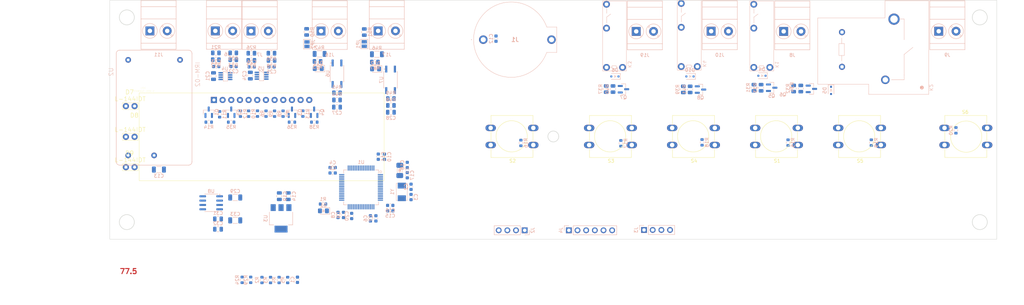
<source format=kicad_pcb>
(kicad_pcb (version 20221018) (generator pcbnew)
  (layers (0 "F.Cu" signal) (31 "B.Cu" signal) (34 "B.Paste" user) (35 "F.Paste" user) (36 "B.SilkS" user "B.Silkscreen") (37 "F.SilkS" user "F.Silkscreen") (38 "B.Mask" user) (39 "F.Mask" user) (44 "Edge.Cuts" user))
  (net 0 "")
  (net 1 "RESET")
  (net 2 "GND")
  (net 3 "Net-(U1-PH0)")
  (net 4 "Net-(U1-PH1)")
  (net 5 "+3.3V")
  (net 6 "+BATT")
  (net 7 "+5V")
  (net 8 "Net-(U1-PC15)")
  (net 9 "Net-(U1-PC14)")
  (net 10 "Net-(U1-VCAP1)")
  (net 11 "Net-(U4A--)")
  (net 12 "Net-(U4A-+)")
  (net 13 "Net-(U5A--)")
  (net 14 "Net-(U5A-+)")
  (net 15 "Net-(D4-A)")
  (net 16 "Net-(D5-A)")
  (net 17 "Net-(D6-A)")
  (net 18 "DIG_IN_0")
  (net 19 "DIG_IN_1")
  (net 20 "SWCLK")
  (net 21 "SWDIO")
  (net 22 "SWO")
  (net 23 "Net-(J6-Pin_1)")
  (net 24 "Net-(J6-Pin_2)")
  (net 25 "Net-(J7-Pin_1)")
  (net 26 "Net-(J7-Pin_2)")
  (net 27 "Net-(D1-A)")
  (net 28 "Net-(D9-PadA)")
  (net 29 "Net-(J10-Pin_1)")
  (net 30 "Net-(LED1-DIG1)")
  (net 31 "Net-(LED1-C)")
  (net 32 "Net-(LED1-DIG2)")
  (net 33 "Net-(LED1-B)")
  (net 34 "Net-(LED1-D)")
  (net 35 "Net-(LED1-DP)")
  (net 36 "Net-(LED1-E)")
  (net 37 "Net-(LED1-F)")
  (net 38 "Net-(LED1-G)")
  (net 39 "Net-(LED1-DIG3)")
  (net 40 "Net-(LED1-A)")
  (net 41 "Net-(LED1-DIG4)")
  (net 42 "Net-(Q1-B)")
  (net 43 "Net-(Q2-B)")
  (net 44 "Net-(Q3-B)")
  (net 45 "Net-(Q4-B)")
  (net 46 "Net-(Q5-G)")
  (net 47 "Net-(Q6-G)")
  (net 48 "Net-(Q7-G)")
  (net 49 "Net-(D10-A)")
  (net 50 "DIG1")
  (net 51 "Net-(U1-BOOT0)")
  (net 52 "DIG2")
  (net 53 "DIG3")
  (net 54 "DIG4")
  (net 55 "A")
  (net 56 "B")
  (net 57 "C")
  (net 58 "D")
  (net 59 "E")
  (net 60 "F")
  (net 61 "G")
  (net 62 "DP")
  (net 63 "Button_Touch")
  (net 64 "Button_Up")
  (net 65 "Button_Buzzer")
  (net 66 "Button_Down")
  (net 67 "Button_Cooling")
  (net 68 "Button_Light")
  (net 69 "RTD1")
  (net 70 "RTD2")
  (net 71 "Net-(D11-K)")
  (net 72 "Net-(D11-A)")
  (net 79 "Net-(D12-K)")
  (net 80 "Net-(D12-A)")
  (net 81 "MCU_RX1")
  (net 82 "MCU_TX1")
  (net 87 "I1")
  (net 88 "I0")
  (net 90 "Net-(Q8-G)")
  (net 91 "Relay_Fan")
  (net 92 "Relay_Compressor")
  (net 93 "Relay_Light")
  (net 94 "Relay_Calefac")
  (net 95 "Net-(R44-Pad1)")
  (net 97 "Net-(R48-Pad1)")
  (net 102 "LED_Status")
  (net 103 "LED_Defrost")
  (net 104 "LED_Door")
  (net 105 "LED_TempAlarm")
  (net 106 "Net-(D7-PadA)")
  (net 107 "Net-(D8-PadA)")
  (net 108 "I2C3_SDA")
  (net 109 "I2C3_SCL")
  (net 110 "USB_DM")
  (net 111 "USB_DP")
  (net 113 "Net-(J8-Pin_1)")
  (net 114 "Net-(J8-Pin_2)")
  (net 115 "Net-(J9-Pin_1)")
  (net 116 "Net-(J9-Pin_2)")
  (net 117 "Net-(J10-Pin_2)")
  (net 118 "Net-(J19-Pin_1)")
  (net 119 "Net-(J19-Pin_2)")
  (net 120 "Net-(J11-Pin_1)")
  (net 121 "Net-(J11-Pin_2)")
  (net 122 "+12V")
  (net 123 "Net-(JP1-A)")
  (net 124 "Net-(JP2-A)")
  (net 130 "Net-(D2-K)")
  (footprint "1-Led:LED_3.9x1.9mm" (layer "F.Cu") (at 16.7 112.5)
    (fp_text reference "D9" (at -0.2 -4.1) (layer "F.SilkS") (effects (font (size 1.27 1.27) (thickness 0.127))))
    (fp_text value "L-144IDT" (at 0 -2.1) (layer "F.SilkS") (effects (font (size 1.27 1.27) (thickness 0.127))))
    (pad "A" thru_hole circle (at -1.27 0) (size 1.8 1.8) (drill 0.9) (layers "*.Cu" "*.Mask") (net 28 "Net-(D9-PadA)"))
    (pad "K" thru_hole circle (at 1.27 0) (size 1.8 1.8) (drill 0.9) (layers "*.Cu" "*.Mask") (net 2 "GND"))
  )
  (footprint "1-Switch:SW_PUSH-12mm-H" (layer "F.Cu") (at 236.7 106 180)
    (fp_text reference "S5" (at 6.08 -4.66) (layer "F.SilkS"))
    (fp_text value "Cooling")
    (pad "1" thru_hole oval (at 0 0 180) (size 3.048 1.85) (drill 1.3) (layers "*.Cu" "*.Mask") (net 67 "Button_Cooling"))
    (pad "2" thru_hole oval (at 12.5 0 180) (size 3.048 1.85) (drill 1.3) (layers "*.Cu" "*.Mask"))
    (pad "3" thru_hole oval (at 0 5 180) (size 3.048 1.85) (drill 1.3) (layers "*.Cu" "*.Mask") (net 2 "GND"))
    (pad "4" thru_hole oval (at 12.5 5 180) (size 3.048 1.85) (drill 1.3) (layers "*.Cu" "*.Mask") (net 2 "GND"))
  )
  (footprint "1-Switch:SW_PUSH-12mm-H" (layer "F.Cu") (at 188.033333 106 180)
    (fp_text reference "S4" (at 6.08 -4.66) (layer "F.SilkS"))
    (fp_text value "Down")
    (pad "1" thru_hole oval (at 0 0 180) (size 3.048 1.85) (drill 1.3) (layers "*.Cu" "*.Mask") (net 66 "Button_Down"))
    (pad "2" thru_hole oval (at 12.5 0 180) (size 3.048 1.85) (drill 1.3) (layers "*.Cu" "*.Mask"))
    (pad "3" thru_hole oval (at 0 5 180) (size 3.048 1.85) (drill 1.3) (layers "*.Cu" "*.Mask") (net 2 "GND"))
    (pad "4" thru_hole oval (at 12.5 5 180) (size 3.048 1.85) (drill 1.3) (layers "*.Cu" "*.Mask") (net 2 "GND"))
  )
  (footprint "1-Switch:SW_PUSH-12mm-H" (layer "F.Cu") (at 212.366666 106 180)
    (fp_text reference "S1" (at 6.08 -4.66) (layer "F.SilkS"))
    (fp_text value "Buzz")
    (pad "1" thru_hole oval (at 0 0 180) (size 3.048 1.85) (drill 1.3) (layers "*.Cu" "*.Mask") (net 65 "Button_Buzzer"))
    (pad "2" thru_hole oval (at 12.5 0 180) (size 3.048 1.85) (drill 1.3) (layers "*.Cu" "*.Mask"))
    (pad "3" thru_hole oval (at 0 5 180) (size 3.048 1.85) (drill 1.3) (layers "*.Cu" "*.Mask") (net 2 "GND"))
    (pad "4" thru_hole oval (at 12.5 5 180) (size 3.048 1.85) (drill 1.3) (layers "*.Cu" "*.Mask") (net 2 "GND"))
  )
  (footprint "1-Led:LED_3.9x1.9mm" (layer "F.Cu") (at 16.7 94.6)
    (fp_text reference "D7" (at -0.2 -4.1) (layer "F.SilkS") (effects (font (size 1.27 1.27) (thickness 0.127))))
    (fp_text value "L-144IDT" (at 0 -2.1) (layer "F.SilkS") (effects (font (size 1.27 1.27) (thickness 0.127))))
    (pad "A" thru_hole circle (at -1.27 0) (size 1.8 1.8) (drill 0.9) (layers "*.Cu" "*.Mask") (net 106 "Net-(D7-PadA)"))
    (pad "K" thru_hole circle (at 1.27 0) (size 1.8 1.8) (drill 0.9) (layers "*.Cu" "*.Mask") (net 2 "GND"))
  )
  (footprint "1-Switch:SW_PUSH-12mm-H" (layer "F.Cu") (at 163.7 106 180)
    (fp_text reference "S3" (at 6.08 -4.66) (layer "F.SilkS"))
    (fp_text value "Up")
    (pad "1" thru_hole oval (at 0 0 180) (size 3.048 1.85) (drill 1.3) (layers "*.Cu" "*.Mask") (net 64 "Button_Up"))
    (pad "2" thru_hole oval (at 12.5 0 180) (size 3.048 1.85) (drill 1.3) (layers "*.Cu" "*.Mask"))
    (pad "3" thru_hole oval (at 0 5 180) (size 3.048 1.85) (drill 1.3) (layers "*.Cu" "*.Mask") (net 2 "GND"))
    (pad "4" thru_hole oval (at 12.5 5 180) (size 3.048 1.85) (drill 1.3) (layers "*.Cu" "*.Mask") (net 2 "GND"))
  )
  (footprint "1-Switch:SW_PUSH-12mm-H" (layer "F.Cu") (at 255.36 101)
    (fp_text reference "S6" (at 6.08 -4.66) (layer "F.SilkS"))
    (fp_text value "Light")
    (pad "1" thru_hole oval (at 0 0) (size 3.048 1.85) (drill 1.3) (layers "*.Cu" "*.Mask") (net 68 "Button_Light"))
    (pad "2" thru_hole oval (at 12.5 0) (size 3.048 1.85) (drill 1.3) (layers "*.Cu" "*.Mask"))
    (pad "3" thru_hole oval (at 0 5) (size 3.048 1.85) (drill 1.3) (layers "*.Cu" "*.Mask") (net 2 "GND"))
    (pad "4" thru_hole oval (at 12.5 5) (size 3.048 1.85) (drill 1.3) (layers "*.Cu" "*.Mask") (net 2 "GND"))
  )
  (footprint "1-Led:LED_3.9x1.9mm" (layer "F.Cu") (at 16.7 103.6)
    (fp_text reference "D8" (at 1.2 -6.3) (layer "F.SilkS") (effects (font (size 1.27 1.27) (thickness 0.127))))
    (fp_text value "L-144IDT" (at 0 -2.1) (layer "F.SilkS") (effects (font (size 1.27 1.27) (thickness 0.127))))
    (pad "A" thru_hole circle (at -1.27 0) (size 1.8 1.8) (drill 0.9) (layers "*.Cu" "*.Mask") (net 107 "Net-(D8-PadA)"))
    (pad "K" thru_hole circle (at 1.27 0) (size 1.8 1.8) (drill 0.9) (layers "*.Cu" "*.Mask") (net 2 "GND"))
  )
  (footprint "1-Switch:SW_PUSH-12mm-H" (layer "F.Cu") (at 134.84 106 180)
    (fp_text reference "S2" (at 6.08 -4.66) (layer "F.SilkS"))
    (fp_text value "Touch")
    (pad "1" thru_hole oval (at 0 0 180) (size 3.048 1.85) (drill 1.3) (layers "*.Cu" "*.Mask") (net 63 "Button_Touch"))
    (pad "2" thru_hole oval (at 12.5 0 180) (size 3.048 1.85) (drill 1.3) (layers "*.Cu" "*.Mask"))
    (pad "3" thru_hole oval (at 0 5 180) (size 3.048 1.85) (drill 1.3) (layers "*.Cu" "*.Mask") (net 2 "GND"))
    (pad "4" thru_hole oval (at 12.5 5 180) (size 3.048 1.85) (drill 1.3) (layers "*.Cu" "*.Mask") (net 2 "GND"))
  )
  (footprint "1-Display:LFD080AUE-103A-0" (layer "F.Cu") (at 55.2 103.6)
    (fp_text reference "LED1" (at -34.7 -14.3) (layer "F.SilkS") (effects (font (size 0.4064 0.4064) (thickness 0.0254))))
    (fp_text value "LFD080AUE-103A-0" (at -34.6 -13.4) (layer "F.SilkS") (effects (font (size 0.4064 0.4064) (thickness 0.0254))))
    (pad "1" thru_hole rect locked (at -13.97 -10.8) (size 1.8 1.8) (drill 0.9) (layers "*.Cu" "*.Mask") (net 30 "Net-(LED1-DIG1)"))
    (pad "2" thru_hole circle locked (at -11.43 -10.8) (size 1.8 1.8) (drill 0.9) (layers "*.Cu" "*.Mask") (net 31 "Net-(LED1-C)"))
    (pad "3" thru_hole circle locked (at -8.89 -10.8) (size 1.8 1.8) (drill 0.9) (layers "*.Cu" "*.Mask") (net 32 "Net-(LED1-DIG2)"))
    (pad "4" thru_hole circle locked (at -6.35 -10.8) (size 1.8 1.8) (drill 0.9) (layers "*.Cu" "*.Mask") (net 33 "Net-(LED1-B)"))
    (pad "5" thru_hole circle locked (at -3.81 -10.8) (size 1.8 1.8) (drill 0.9) (layers "*.Cu" "*.Mask") (net 34 "Net-(LED1-D)"))
    (pad "6" thru_hole circle locked (at -1.27 -10.8) (size 1.8 1.8) (drill 0.9) (layers "*.Cu" "*.Mask") (net 35 "Net-(LED1-DP)"))
    (pad "7" thru_hole circle locked (at 1.27 -10.8) (size 1.8 1.8) (drill 0.9) (layers "*.Cu" "*.Mask") (net 36 "Net-(LED1-E)"))
    (pad "8" thru_hole circle locked (at 3.81 -10.8) (size 1.8 1.8) (drill 0.9) (layers "*.Cu" "*.Mask") (net 37 "Net-(LED1-F)"))
    (pad "9" thru_hole circle locked (at 6.35 -10.8) (size 1.8 1.8) (drill 0.9) (layers "*.Cu" "*.Mask") (net 38 "Net-(LED1-G)"))
    (pad "10" thru_hole circle locked (at 8.89 -10.8) (size 1.8 1.8) (drill 0.9) (layers "*.Cu" "*.Mask") (net 39 "Net-(LED1-DIG3)"))
    (pad "11" thru_hole circle locked (at 11.43 -10.8) (size 1.8 1.8) (drill 0.9) (layers "*.Cu" "*.Mask") (net 40 "Net-(LED1-A)"))
    (pad "12" thru_hole circle locked (at 13.97 -10.8) (size 1.8 1.8) (drill 0.9) (layers "*.Cu" "*.Mask") (net 41 "Net-(LED1-DIG4)"))
  )
  (footprint "Diode_SMD:D_SOD-323" (layer "B.Cu") (at 222.1 90 -90)
    (fp_text reference "D5" (at 0 1.85 90) (layer "B.SilkS") (effects (justify mirror)))
    (fp_text value "1N4148WS")
    (pad "1" smd roundrect (at -1.05 0 270) (size 0.6 0.6) (layers "B.Cu" "B.Paste" "B.Mask") (net 7 "+5V"))
    (pad "2" smd roundrect (at 1.05 0 270) (size 0.6 0.6) (layers "B.Cu" "B.Paste" "B.Mask") (net 16 "Net-(D5-A)"))
  )
  (footprint "1-Resistor:R_0805_2012Metric" (layer "B.Cu") (at 85.3 72.9 90)
    (fp_text reference "R51" (at 0 1.65 90) (layer "B.SilkS") (effects (justify mirror)))
    (fp_text value "2k" hide)
    (pad "1" smd roundrect (at -0.9125 0 90) (size 1.025 1.4) (layers "B.Cu" "B.Paste" "B.Mask") (roundrect_rratio 0.243902) (net 123 "Net-(JP1-A)"))
    (pad "2" smd roundrect (at 0.9125 0 90) (size 1.025 1.4) (layers "B.Cu" "B.Paste" "B.Mask") (roundrect_rratio 0.243902) (net 122 "+12V"))
  )
  (footprint "Diode_SMD:D_SOD-323" (layer "B.Cu") (at 201.85 85.7 180)
    (fp_text reference "D4" (at 0 1.85) (layer "B.SilkS") (effects (justify mirror)))
    (fp_text value "1N4148WS")
    (pad "1" smd roundrect (at -1.05 0 180) (size 0.6 0.6) (layers "B.Cu" "B.Paste" "B.Mask") (net 7 "+5V"))
    (pad "2" smd roundrect (at 1.05 0 180) (size 0.6 0.6) (layers "B.Cu" "B.Paste" "B.Mask") (net 15 "Net-(D4-A)"))
  )
  (footprint "1-Capacitor:C_0805_2012Metric" (layer "B.Cu") (at 93.1 96.4)
    (fp_text reference "C28" (at 0 1.68) (layer "B.SilkS") (effects (justify mirror)))
    (fp_text value "1uF 50V" hide)
    (pad "1" smd roundrect (at -0.95 0) (size 1 1.45) (layers "B.Cu" "B.Paste" "B.Mask") (net 19 "DIG_IN_1"))
    (pad "2" smd roundrect (at 0.95 0) (size 1 1.45) (layers "B.Cu" "B.Paste" "B.Mask") (net 2 "GND"))
  )
  (footprint "1-Resistor:R_0805_2012Metric" (layer "B.Cu") (at 180.8 89.7 -90)
    (fp_text reference "R41" (at 0 1.65 90) (layer "B.SilkS") (effects (justify mirror)))
    (fp_text value "10K" hide)
    (pad "1" smd roundrect (at -0.9125 0 270) (size 1.025 1.4) (layers "B.Cu" "B.Paste" "B.Mask") (roundrect_rratio 0.243902) (net 2 "GND"))
    (pad "2" smd roundrect (at 0.9125 0 270) (size 1.025 1.4) (layers "B.Cu" "B.Paste" "B.Mask") (roundrect_rratio 0.243902) (net 90 "Net-(Q8-G)"))
  )
  (footprint "1-Relay:Relay_HONGFA_SPST-NO_20.5x7x15.3mm" (layer "B.Cu") (at 155.14 84.3 90)
    (fp_text reference "K3" (at 1.9 7.9 270 unlocked) (layer "B.SilkS") (effects (font (thickness 0.1)) (justify mirror)))
    (fp_text value "HF46F-G/012-HS1T" hide)
    (pad "1" thru_hole circle (at 1.05 1.15 90) (size 2 2) (drill 1.1) (layers "*.Cu" "*.Mask") (net 17 "Net-(D6-A)"))
    (pad "2" thru_hole circle (at 1.05 5.85 90) (size 2 2) (drill 1.1) (layers "*.Cu" "*.Mask") (net 7 "+5V"))
    (pad "3" thru_hole circle (at 12.55 1.15 90) (size 2 2) (drill 1.1) (layers "*.Cu" "*.Mask") (net 118 "Net-(J19-Pin_1)"))
    (pad "4" thru_hole circle (at 19.55 1.15 90) (size 2 2) (drill 1.1) (layers "*.Cu" "*.Mask") (net 119 "Net-(J19-Pin_2)"))
  )
  (footprint "1-Resistor:R_0805_2012Metric" (layer "B.Cu") (at 41.8 79 180)
    (fp_text reference "R21" (at 0 1.65) (layer "B.SilkS") (effects (justify mirror)))
    (fp_text value "3.9k" hide)
    (pad "1" smd roundrect (at -0.9125 0 180) (size 1.025 1.4) (layers "B.Cu" "B.Paste" "B.Mask") (roundrect_rratio 0.243902) (net 5 "+3.3V"))
    (pad "2" smd roundrect (at 0.9125 0 180) (size 1.025 1.4) (layers "B.Cu" "B.Paste" "B.Mask") (roundrect_rratio 0.243902) (net 23 "Net-(J6-Pin_1)"))
  )
  (footprint "1-Package_TO_SOT_SMD:SOT-23-8" (layer "B.Cu") (at 55.2 85.7 180)
    (fp_text reference "U5" (at 0.15 2.15) (layer "B.SilkS") (effects (justify mirror)))
    (fp_text value "INA350" hide)
    (pad "1" smd roundrect (at -1.4 0.975 180) (size 1.3 0.45) (layers "B.Cu" "B.Paste" "B.Mask"))
    (pad "2" smd roundrect (at -1.4 0.325 180) (size 1.3 0.45) (layers "B.Cu" "B.Paste" "B.Mask") (net 13 "Net-(U5A--)"))
    (pad "3" smd roundrect (at -1.4 -0.325 180) (size 1.3 0.45) (layers "B.Cu" "B.Paste" "B.Mask") (net 14 "Net-(U5A-+)"))
    (pad "4" smd roundrect (at -1.4 -0.975 180) (size 1.3 0.45) (layers "B.Cu" "B.Paste" "B.Mask") (net 2 "GND"))
    (pad "5" smd roundrect (at 1.4 -0.975 180) (size 1.3 0.45) (layers "B.Cu" "B.Paste" "B.Mask") (net 2 "GND"))
    (pad "6" smd roundrect (at 1.4 -0.325 180) (size 1.3 0.45) (layers "B.Cu" "B.Paste" "B.Mask") (net 70 "RTD2"))
    (pad "7" smd roundrect (at 1.4 0.325 180) (size 1.3 0.45) (layers "B.Cu" "B.Paste" "B.Mask") (net 5 "+3.3V"))
    (pad "8" smd roundrect (at 1.4 0.975 180) (size 1.3 0.45) (layers "B.Cu" "B.Paste" "B.Mask"))
  )
  (footprint "1-Terminal-Block:DG504-5.08-02P_or_SMKDS 2,5-2-5.08" (layer "B.Cu") (at 41.64 72.55)
    (fp_text reference "J6" (at 3.44 6.86) (layer "B.SilkS") (effects (justify mirror)))
    (fp_text value "Screw_Terminal_01x02")
    (pad "1" thru_hole rect (at 0 0) (size 2.6 2.6) (drill 1.3) (layers "*.Cu" "*.Mask") (net 23 "Net-(J6-Pin_1)"))
    (pad "2" thru_hole circle (at 5.08 0) (size 2.6 2.6) (drill 1.3) (layers "*.Cu" "*.Mask") (net 24 "Net-(J6-Pin_2)"))
  )
  (footprint "1-Resistor:R_0603_1608Metric" (layer "B.Cu") (at 209.5 105.3 90)
    (fp_text reference "R15" (at 0 1.43 90) (layer "B.SilkS") (effects (justify mirror)))
    (fp_text value "10k" hide)
    (pad "1" smd roundrect (at -0.825 0 90) (size 0.8 0.95) (layers "B.Cu" "B.Paste" "B.Mask") (net 65 "Button_Buzzer"))
    (pad "2" smd roundrect (at 0.825 0 90) (size 0.8 0.95) (layers "B.Cu" "B.Paste" "B.Mask") (net 5 "+3.3V"))
  )
  (footprint "1-Resistor:R_0603_1608Metric" (layer "B.Cu") (at 52.01 145.525 -90)
    (fp_text reference "R29" (at 0 1.43 90) (layer "B.SilkS") (effects (justify mirror)))
    (fp_text value "2.2k" hide)
    (pad "1" smd roundrect (at -0.825 0 270) (size 0.8 0.95) (layers "B.Cu" "B.Paste" "B.Mask") (net 108 "I2C3_SDA"))
    (pad "2" smd roundrect (at 0.825 0 270) (size 0.8 0.95) (layers "B.Cu" "B.Paste" "B.Mask") (net 5 "+3.3V"))
  )
  (footprint "1-Capacitor:C_0603_1608Metric" (layer "B.Cu") (at 99 121.25 90)
    (fp_text reference "C3" (at 0 1.43 90) (layer "B.SilkS") (effects (justify mirror)))
    (fp_text value "30pF 50V" hide)
    (pad "1" smd roundrect (at -0.775 0 90) (size 0.9 0.95) (layers "B.Cu" "B.Paste" "B.Mask") (net 4 "Net-(U1-PH1)"))
    (pad "2" smd roundrect (at 0.775 0 90) (size 0.9 0.95) (layers "B.Cu" "B.Paste" "B.Mask") (net 2 "GND"))
  )
  (footprint "1-Resistor:R_0603_1608Metric" (layer "B.Cu") (at 49.5 145.525 -90)
    (fp_text reference "R24" (at 0 1.43 90) (layer "B.SilkS") (effects (justify mirror)))
    (fp_text value "2.2k" hide)
    (pad "1" smd roundrect (at -0.825 0 270) (size 0.8 0.95) (layers "B.Cu" "B.Paste" "B.Mask") (net 109 "I2C3_SCL"))
    (pad "2" smd roundrect (at 0.825 0 270) (size 0.8 0.95) (layers "B.Cu" "B.Paste" "B.Mask") (net 5 "+3.3V"))
  )
  (footprint "1-Capacitor:C_0603_1608Metric" (layer "B.Cu") (at 52.3 83.1 180)
    (fp_text reference "C26" (at 0 1.43) (layer "B.SilkS") (effects (justify mirror)))
    (fp_text value "1uF 50V" hide)
    (pad "1" smd roundrect (at -0.775 0 180) (size 0.9 0.95) (layers "B.Cu" "B.Paste" "B.Mask") (net 14 "Net-(U5A-+)"))
    (pad "2" smd roundrect (at 0.775 0 180) (size 0.9 0.95) (layers "B.Cu" "B.Paste" "B.Mask") (net 2 "GND"))
  )
  (footprint "1-Capacitor:C_0805_2012Metric" (layer "B.Cu") (at 42.425 127.665 180)
    (fp_text reference "C31" (at 0 1.68) (layer "B.SilkS") (effects (justify mirror)))
    (fp_text value "1uF" hide)
    (pad "1" smd roundrect (at -0.95 0 180) (size 1 1.45) (layers "B.Cu" "B.Paste" "B.Mask") (net 122 "+12V"))
    (pad "2" smd roundrect (at 0.95 0 180) (size 1 1.45) (layers "B.Cu" "B.Paste" "B.Mask") (net 2 "GND"))
  )
  (footprint "1-Resistor:R_0603_1608Metric" (layer "B.Cu") (at 54 96.8 90)
    (fp_text reference "R6" (at 0 1.43 90) (layer "B.SilkS") (effects (justify mirror)))
    (fp_text value "120R" hide)
    (pad "1" smd roundrect (at -0.825 0 90) (size 0.8 0.95) (layers "B.Cu" "B.Paste" "B.Mask") (net 62 "DP"))
    (pad "2" smd roundrect (at 0.825 0 90) (size 0.8 0.95) (layers "B.Cu" "B.Paste" "B.Mask") (net 35 "Net-(LED1-DP)"))
  )
  (footprint "1-Capacitor:C_0603_1608Metric" (layer "B.Cu") (at 97.9 111.85 -90)
    (fp_text reference "C18" (at 0 1.43 90) (layer "B.SilkS") (effects (justify mirror)))
    (fp_text value "15pF 10V" hide)
    (pad "1" smd roundrect (at -0.775 0 270) (size 0.9 0.95) (layers "B.Cu" "B.Paste" "B.Mask") (net 9 "Net-(U1-PC14)"))
    (pad "2" smd roundrect (at 0.775 0 270) (size 0.9 0.95) (layers "B.Cu" "B.Paste" "B.Mask") (net 2 "GND"))
  )
  (footprint "Package_QFP:LQFP-64_10x10mm_P0.5mm" (layer "B.Cu") (at 84.35 118.425 180)
    (fp_text reference "U1" (at 0 7.4) (layer "B.SilkS") (effects (justify mirror)))
    (fp_text value "STM32F411RETx")
    (pad "1" smd roundrect (at -5.675 3.75 180) (size 1.55 0.3) (layers "B.Cu" "B.Paste" "B.Mask") (net 6 "+BATT"))
    (pad "2" smd roundrect (at -5.675 3.25 180) (size 1.55 0.3) (layers "B.Cu" "B.Paste" "B.Mask") (net 94 "Relay_Calefac"))
    (pad "3" smd roundrect (at -5.675 2.75 180) (size 1.55 0.3) (layers "B.Cu" "B.Paste" "B.Mask") (net 9 "Net-(U1-PC14)"))
    (pad "4" smd roundrect (at -5.675 2.25 180) (size 1.55 0.3) (layers "B.Cu" "B.Paste" "B.Mask") (net 8 "Net-(U1-PC15)"))
    (pad "5" smd roundrect (at -5.675 1.75 180) (size 1.55 0.3) (layers "B.Cu" "B.Paste" "B.Mask") (net 3 "Net-(U1-PH0)"))
    (pad "6" smd roundrect (at -5.675 1.25 180) (size 1.55 0.3) (layers "B.Cu" "B.Paste" "B.Mask") (net 4 "Net-(U1-PH1)"))
    (pad "7" smd roundrect (at -5.675 0.75 180) (size 1.55 0.3) (layers "B.Cu" "B.Paste" "B.Mask") (net 1 "RESET"))
    (pad "8" smd roundrect (at -5.675 0.25 180) (size 1.55 0.3) (layers "B.Cu" "B.Paste" "B.Mask") (net 54 "DIG4"))
    (pad "9" smd roundrect (at -5.675 -0.25 180) (size 1.55 0.3) (layers "B.Cu" "B.Paste" "B.Mask") (net 53 "DIG3"))
    (pad "10" smd roundrect (at -5.675 -0.75 180) (size 1.55 0.3) (layers "B.Cu" "B.Paste" "B.Mask") (net 52 "DIG2"))
    (pad "11" smd roundrect (at -5.675 -1.25 180) (size 1.55 0.3) (layers "B.Cu" "B.Paste" "B.Mask") (net 50 "DIG1"))
    (pad "12" smd roundrect (at -5.675 -1.75 180) (size 1.55 0.3) (layers "B.Cu" "B.Paste" "B.Mask") (net 2 "GND"))
    (pad "13" smd roundrect (at -5.675 -2.25 180) (size 1.55 0.3) (layers "B.Cu" "B.Paste" "B.Mask") (net 5 "+3.3V"))
    (pad "14" smd roundrect (at -5.675 -2.75 180) (size 1.55 0.3) (layers "B.Cu" "B.Paste" "B.Mask") (net 55 "A"))
    (pad "15" smd roundrect (at -5.675 -3.25 180) (size 1.55 0.3) (layers "B.Cu" "B.Paste" "B.Mask") (net 56 "B"))
    (pad "16" smd roundrect (at -5.675 -3.75 180) (size 1.55 0.3) (layers "B.Cu" "B.Paste" "B.Mask") (net 57 "C"))
    (pad "17" smd roundrect (at -3.75 -5.675 180) (size 0.3 1.55) (layers "B.Cu" "B.Paste" "B.Mask") (net 58 "D"))
    (pad "18" smd roundrect (at -3.25 -5.675 180) (size 0.3 1.55) (layers "B.Cu" "B.Paste" "B.Mask") (net 2 "GND"))
    (pad "19" smd roundrect (at -2.75 -5.675 180) (size 0.3 1.55) (layers "B.Cu" "B.Paste" "B.Mask") (net 5 "+3.3V"))
    (pad "20" smd roundrect (at -2.25 -5.675 180) (size 0.3 1.55) (layers "B.Cu" "B.Paste" "B.Mask") (net 59 "E"))
    (pad "21" smd roundrect (at -1.75 -5.675 180) (size 0.3 1.55) (layers "B.Cu" "B.Paste" "B.Mask") (net 60 "F"))
    (pad "22" smd roundrect (at -1.25 -5.675 180) (size 0.3 1.55) (layers "B.Cu" "B.Paste" "B.Mask") (net 61 "G"))
    (pad "23" smd roundrect (at -0.75 -5.675 180) (size 0.3 1.55) (layers "B.Cu" "B.Paste" "B.Mask") (net 62 "DP"))
    (pad "24" smd roundrect (at -0.25 -5.675 180) (size 0.3 1.55) (layers "B.Cu" "B.Paste" "B.Mask") (net 69 "RTD1"))
    (pad "25" smd roundrect (at 0.25 -5.675 180) (size 0.3 1.55) (layers "B.Cu" "B.Paste" "B.Mask") (net 70 "RTD2"))
    (pad "26" smd roundrect (at 0.75 -5.675 180) (size 0.3 1.55) (layers "B.Cu" "B.Paste" "B.Mask"))
    (pad "27" smd roundrect (at 1.25 -5.675 180) (size 0.3 1.55) (layers "B.Cu" "B.Paste" "B.Mask"))
    (pad "28" smd roundrect (at 1.75 -5.675 180) (size 0.3 1.55) (layers "B.Cu" "B.Paste" "B.Mask"))
    (pad "29" smd roundrect (at 2.25 -5.675 180) (size 0.3 1.55) (layers "B.Cu" "B.Paste" "B.Mask"))
    (pad "30" smd roundrect (at 2.75 -5.675 180) (size 0.3 1.55) (layers "B.Cu" "B.Paste" "B.Mask") (net 10 "Net-(U1-VCAP1)"))
    (pad "31" smd roundrect (at 3.25 -5.675 180) (size 0.3 1.55) (layers "B.Cu" "B.Paste" "B.Mask") (net 2 "GND"))
    (pad "32" smd roundrect (at 3.75 -5.675 180) (size 0.3 1.55) (layers "B.Cu" "B.Paste" "B.Mask") (net 5 "+3.3V"))
    (pad "33" smd roundrect (at 5.675 -3.75 180) (size 1.55 0.3) (layers "B.Cu" "B.Paste" "B.Mask") (net 102 "LED_Status"))
    (pad "34" smd roundrect (at 5.675 -3.25 180) (size 1.55 0.3) (layers "B.Cu" "B.Paste" "B.Mask") (net 103 "LED_Defrost"))
    (pad "35" smd roundrect (at 5.675 -2.75 180) (size 1.55 0.3) (layers "B.Cu" "B.Paste" "B.Mask") (net 104 "LED_Door"))
    (pad "36" smd roundrect (at 5.675 -2.25 180) (size 1.55 0.3) (layers "B.Cu" "B.Paste" "B.Mask") (net 105 "LED_TempAlarm"))
    (pad "37" smd roundrect (at 5.675 -1.75 180) (size 1.55 0.3) (layers "B.Cu" "B.Paste" "B.Mask"))
    (pad "38" smd roundrect (at 5.675 -1.25 180) (size 1.55 0.3) (layers "B.Cu" "B.Paste" "B.Mask") (net 19 "DIG_IN_1"))
    (pad "39" smd roundrect (at 5.675 -0.75 180) (size 1.55 0.3) (layers "B.Cu" "B.Paste" "B.Mask") (net 18 "DIG_IN_0"))
    (pad "40" smd roundrect (at 5.675 -0.25 180) (size 1.55 0.3) (layers "B.Cu" "B.Paste" "B.Mask") (net 108 "I2C3_SDA"))
    (pad "41" smd roundrect (at 5.675 0.25 180) (size 1.55 0.3) (layers "B.Cu" "B.Paste" "B.Mask") (net 109 "I2C3_SCL"))
    (pad "42" smd roundrect (at 5.675 0.75 180) (size 1.55 0.3) (layers "B.Cu" "B.Paste" "B.Mask") (net 82 "MCU_TX1"))
    (pad "43" smd roundrect (at 5.675 1.25 180) (size 1.55 0.3) (layers "B.Cu" "B.Paste" "B.Mask") (net 81 "MCU_RX1"))
    (pad "44" smd roundrect (at 5.675 1.75 180) (size 1.55 0.3) (layers "B.Cu" "B.Paste" "B.Mask") (net 110 "USB_DM"))
    (pad "45" smd roundrect (at 5.675 2.25 180) (size 1.55 0.3) (layers "B.Cu" "B.Paste" "B.Mask") (net 111 "USB_DP"))
    (pad "46" smd roundrect (at 5.675 2.75 180) (size 1.55 0.3) (layers "B.Cu" "B.Paste" "B.Mask") (net 21 "SWDIO"))
    (pad "47" smd roundrect (at 5.675 3.25 180) (size 1.55 0.3) (layers "B.Cu" "B.Paste" "B.Mask") (net 2 "GND"))
    (pad "48" smd roundrect (at 5.675 3.75 180) (size 1.55 0.3) (layers "B.Cu" "B.Paste" "B.Mask") (net 5 "+3.3V"))
    (pad "49" smd roundrect (at 3.75 5.675 180) (size 0.3 1.55) (layers "B.Cu" "B.Paste" "B.Mask") (net 20 "SWCLK"))
    (pad "50" smd roundrect (at 3.25 5.675 180) (size 0.3 1.55) (layers "B.Cu" "B.Paste" "B.Mask"))
    (pad "51" smd roundrect (at 2.75 5.675 180) (size 0.3 1.55) (layers "B.Cu" "B.Paste" "B.Mask") (net 91 "Relay_Fan"))
    (pad "52" smd roundrect (at 2.25 5.675 180) (size 0.3 1.55) (layers "B.Cu" "B.Paste" "B.Mask") (net 93 "Relay_Light"))
    (pad "53" smd roundrect (at 1.75 5.675 180) (size 0.3 1.55) (layers "B.Cu" "B.Paste" "B.Mask") (net 92 "Relay_Compressor"))
    (pad "54" smd roundrect (at 1.25 5.675 180) (size 0.3 1.55) (layers "B.Cu" "B.Paste" "B.Mask"))
    (pad "55" smd roundrect (at 0.75 5.675 180) (size 0.3 1.55) (layers "B.Cu" "B.Paste" "B.Mask") (net 22 "SWO"))
    (pad "56" smd roundrect (at 0.25 5.675 180) (size 0.3 1.55) (layers "B.Cu" "B.Paste" "B.Mask") (net 65 "Button_Buzzer"))
    (pad "57" smd roundrect (at -0.25 5.675 180) (size 0.3 1.55) (layers "B.Cu" "B.Paste" "B.Mask") (net 63 "Button_Touch"))
    (pad "58" smd roundrect (at -0.75 5.675 180) (size 0.3 1.55) (layers "B.Cu" "B.Paste" "B.Mask") (net 64 "Button_Up"))
    (pad "59" smd roundrect (at -1.25 5.675 180) (size 0.3 1.55) (layers "B.Cu" "B.Paste" "B.Mask") (net 66 "Button_Down"))
    (pad "60" smd roundrect (at -1.75 5.675 180) (size 0.3 1.55) (layers "B.Cu" "B.Paste" "B.Mask") (net 51 "Net-(U1-BOOT0)"))
    (pad "61" smd roundrect (at -2.25 5.675 180) (size 0.3 1.55) (layers "B.Cu" "B.Paste" "B.Mask") (net 67 "Button_Cooling"))
    (pad "62" smd roundrect (at -2.75 5.675 180) (size 0.3 1.55) (layers "B.Cu" "B.Paste" "B.Mask") (net 68 "Button_Light"))
    (pad "63" smd roundrect (at -3.25 5.675 180) (size 0.3 1.55) (layers "B.Cu" "B.Paste" "B.Mask") (net 2 "GND"))
    (pad "64" smd roundrect (at -3.75 5.675 180) (size 0.3 1.55) (layers "B.Cu" "B.Paste" "B.Mask") (net 5 "+3.3V"))
  )
  (footprint "1-Resistor:R_0603_1608Metric" (layer "B.Cu") (at 39.7 99.3)
    (fp_text reference "R14" (at 0 1.43) (layer "B.SilkS") (effects (justify mirror)))
    (fp_text value "1k" hide)
    (pad "1" smd roundrect (at -0.825 0) (size 0.8 0.95) (layers "B.Cu" "B.Paste" "B.Mask") (net 50 "DIG1"))
    (pad "2" smd roundrect (at 0.825 0) (size 0.8 0.95) (layers "B.Cu" "B.Paste" "B.Mask") (net 42 "Net-(Q1-B)"))
  )
  (footprint "1-Capacitor:C_0603_1608Metric" (layer "B.Cu") (at 79.2 126.5 -90)
    (fp_text reference "C9" (at 0 1.43 -270) (layer "B.SilkS") (effects (justify mirror)))
    (fp_text value "10nF 50V" hide)
    (pad "1" smd roundrect (at -0.775 0 270) (size 0.9 0.95) (layers "B.Cu" "B.Paste" "B.Mask") (net 5 "+3.3V"))
    (pad "2" smd roundrect (at 0.775 0 270) (size 0.9 0.95) (layers "B.Cu" "B.Paste" "B.Mask") (net 2 "GND"))
  )
  (footprint "1-Capacitor:C_0805_2012Metric" (layer "B.Cu") (at 41.1 85.8 -90)
    (fp_text reference "C21" (at 0 1.68 -270) (layer "B.SilkS") (effects (justify mirror)))
    (fp_text value "100nF 50V" hide)
    (pad "1" smd roundrect (at -0.95 0 270) (size 1 1.45) (layers "B.Cu" "B.Paste" "B.Mask") (net 5 "+3.3V"))
    (pad "2" smd roundrect (at 0.95 0 270) (size 1 1.45) (layers "B.Cu" "B.Paste" "B.Mask") (net 2 "GND"))
  )
  (footprint "1-Led:LED_0805" (layer "B.Cu") (at 73.325 125.3 180)
    (fp_text reference "D1" (at 0 1.65) (layer "B.SilkS") (effects (justify mirror)))
    (fp_text value "LED_0805")
    (pad "1" smd roundrect (at -1.025 0 180) (size 1.15 1.4) (layers "B.Cu" "B.Paste" "B.Mask") (roundrect_rratio 0.217391) (net 2 "GND"))
    (pad "2" smd roundrect (at 1.025 0 180) (size 1.15 1.4) (layers "B.Cu" "B.Paste" "B.Mask") (roundrect_rratio 0.217391) (net 27 "Net-(D1-A)"))
  )
  (footprint "1-Capacitor:C_0603_1608Metric" (layer "B.Cu") (at 92.9 125.3)
    (fp_text reference "C15" (at 0 1.43) (layer "B.SilkS") (effects (justify mirror)))
    (fp_text value "100nF 50V" hide)
    (pad "1" smd roundrect (at -0.775 0) (size 0.9 0.95) (layers "B.Cu" "B.Paste" "B.Mask") (net 5 "+3.3V"))
    (pad "2" smd roundrect (at 0.775 0) (size 0.9 0.95) (layers "B.Cu" "B.Paste" "B.Mask") (net 2 "GND"))
  )
  (footprint "1-Relay:Relay_HONGFA_SPST-NO_20.5x7x15.3mm" (layer "B.Cu") (at 198.31 84.3 90)
    (fp_text reference "K1" (at 1.9 7.9 270 unlocked) (layer "B.SilkS") (effects (font (thickness 0.1)) (justify mirror)))
    (fp_text value "HF46F-G/012-HS1T" hide)
    (pad "1" thru_hole circle (at 1.05 1.15 90) (size 2 2) (drill 1.1) (layers "*.Cu" "*.Mask") (net 15 "Net-(D4-A)"))
    (pad "2" thru_hole circle (at 1.05 5.85 90) (size 2 2) (drill 1.1) (layers "*.Cu" "*.Mask") (net 7 "+5V"))
    (pad "3" thru_hole circle (at 12.55 1.15 90) (size 2 2) (drill 1.1) (layers "*.Cu" "*.Mask") (net 113 "Net-(J8-Pin_1)"))
    (pad "4" thru_hole circle (at 19.55 1.15 90) (size 2 2) (drill 1.1) (layers "*.Cu" "*.Mask") (net 114 "Net-(J8-Pin_2)"))
  )
  (footprint "1-Capacitor:C_0603_1608Metric" (layer "B.Cu") (at 47 83)
    (fp_text reference "C22" (at 0 1.43) (layer "B.SilkS") (effects (justify mirror)))
    (fp_text value "1uF 50V" hide)
    (pad "1" smd roundrect (at -0.775 0) (size 0.9 0.95) (layers "B.Cu" "B.Paste" "B.Mask") (net 11 "Net-(U4A--)"))
    (pad "2" smd roundrect (at 0.775 0) (size 0.9 0.95) (layers "B.Cu" "B.Paste" "B.Mask") (net 2 "GND"))
  )
  (footprint "1-Resistor:R_0805_2012Metric" (layer "B.Cu") (at 88.4 81.7)
    (fp_text reference "R47" (at 0 1.65) (layer "B.SilkS") (effects (justify mirror)))
    (fp_text value "2.4k" hide)
    (pad "1" smd roundrect (at -0.9125 0) (size 1.025 1.4) (layers "B.Cu" "B.Paste" "B.Mask") (roundrect_rratio 0.243902) (net 80 "Net-(D12-A)"))
    (pad "2" smd roundrect (at 0.9125 0) (size 1.025 1.4) (layers "B.Cu" "B.Paste" "B.Mask") (roundrect_rratio 0.243902) (net 2 "GND"))
  )
  (footprint "1-Resistor:R_0805_2012Metric" (layer "B.Cu") (at 156.2 89.6 -90)
    (fp_text reference "R37" (at 0 1.65 90) (layer "B.SilkS") (effects (justify mirror)))
    (fp_text value "220R" hide)
    (pad "1" smd roundrect (at -0.9125 0 270) (size 1.025 1.4) (layers "B.Cu" "B.Paste" "B.Mask") (roundrect_rratio 0.243902) (net 93 "Relay_Light"))
    (pad "2" smd roundrect (at 0.9125 0 270) (size 1.025 1.4) (layers "B.Cu" "B.Paste" "B.Mask") (roundrect_rratio 0.243902) (net 48 "Net-(Q7-G)"))
  )
  (footprint "1-Terminal-Block:DG504-5.08-02P_or_SMKDS 2,5-2-5.08" (layer "B.Cu") (at 165 72.7)
    (fp_text reference "J19" (at 2.54 6.96) (layer "B.SilkS") (effects (justify mirror)))
    (fp_text value "Screw_Terminal_01x02")
    (pad "1" thru_hole rect (at 0 0) (size 2.6 2.6) (drill 1.3) (layers "*.Cu" "*.Mask") (net 118 "Net-(J19-Pin_1)"))
    (pad "2" thru_hole circle (at 5.08 0) (size 2.6 2.6) (drill 1.3) (layers "*.Cu" "*.Mask") (net 119 "Net-(J19-Pin_2)"))
  )
  (footprint "1-Terminal-Block:DG504-5.08-02P_or_SMKDS 2,5-2-5.08" (layer "B.Cu") (at 89.36 72.55)
    (fp_text reference "J17" (at 2.54 6.96) (layer "B.SilkS") (effects (justify mirror)))
    (fp_text value "Screw_Terminal_01x02")
    (pad "1" thru_hole rect (at 0 0) (size 2.6 2.6) (drill 1.3) (layers "*.Cu" "*.Mask") (net 87 "I1"))
    (pad "2" thru_hole circle (at 5.08 0) (size 2.6 2.6) (drill 1.3) (layers "*.Cu" "*.Mask") (net 2 "GND"))
  )
  (footprint "1-Crystal-and-Oscillator:Crystal_SMD_3215-2P_32.768khz" (layer "B.Cu") (at 95.7 113.45 90)
    (fp_text reference "Y2" (at 0 2.15 -90 unlocked) (layer "B.SilkS") (effects (font (thickness 0.1)) (justify mirror)))
    (fp_text value "32.768khz/12.5pF" hide)
    (pad "1" smd roundrect (at -1.5 0 90) (size 1.5 2) (layers "B.Cu" "B.Paste" "B.Mask") (net 8 "Net-(U1-PC15)"))
    (pad "2" smd roundrect (at 1.5 0 90) (size 1.5 2) (layers "B.Cu" "B.Paste" "B.Mask") (net 9 "Net-(U1-PC14)"))
  )
  (footprint "Diode_SMD:D_SOD-323" (layer "B.Cu") (at 158.75 85.9 180)
    (fp_text reference "D6" (at 0 1.85) (layer "B.SilkS") (effects (justify mirror)))
    (fp_text value "1N4148WS")
    (pad "1" smd roundrect (at -1.05 0 180) (size 0.6 0.6) (layers "B.Cu" "B.Paste" "B.Mask") (net 7 "+5V"))
    (pad "2" smd roundrect (at 1.05 0 180) (size 0.6 0.6) (layers "B.Cu" "B.Paste" "B.Mask") (net 17 "Net-(D6-A)"))
  )
  (footprint "1-Resistor:R_0805_2012Metric" (layer "B.Cu") (at 68.4 72.85 90)
    (fp_text reference "R50" (at 0 1.65 270) (layer "B.SilkS") (effects (justify mirror)))
    (fp_text value "2k" hide)
    (pad "1" smd roundrect (at -0.9125 0 90) (size 1.025 1.4) (layers "B.Cu" "B.Paste" "B.Mask") (roundrect_rratio 0.243902) (net 124 "Net-(JP2-A)"))
    (pad "2" smd roundrect (at 0.9125 0 90) (size 1.025 1.4) (layers "B.Cu" "B.Paste" "B.Mask") (roundrect_rratio 0.243902) (net 122 "+12V"))
  )
  (footprint "1-Resistor:R_0603_1608Metric" (layer "B.Cu") (at 51.4 96.8175 90)
    (fp_text reference "R10" (at 0 1.43 90) (layer "B.SilkS") (effects (justify mirror)))
    (fp_text value "120R" hide)
    (pad "1" smd roundrect (at -0.825 0 90) (size 0.8 0.95) (layers "B.Cu" "B.Paste" "B.Mask") (net 58 "D"))
    (pad "2" smd roundrect (at 0.825 0 90) (size 0.8 0.95) (layers "B.Cu" "B.Paste" "B.Mask") (net 34 "Net-(LED1-D)"))
  )
  (footprint "1-Resistor:R_0603_1608Metric" (layer "B.Cu") (at 59 96.8175 90)
    (fp_text reference "R8" (at 0 1.43 90) (layer "B.SilkS") (effects (justify mirror)))
    (fp_text value "120R" hide)
    (pad "1" smd roundrect (at -0.825 0 90) (size 0.8 0.95) (layers "B.Cu" "B.Paste" "B.Mask") (net 60 "F"))
    (pad "2" smd roundrect (at 0.825 0 90) (size 0.8 0.95) (layers "B.Cu" "B.Paste" "B.Mask") (net 37 "Net-(LED1-F)"))
  )
  (footprint "1-Capacitor:C_0805_2012Metric" (layer "B.Cu") (at 42.425 130.675 180)
    (fp_text reference "C32" (at 0 1.68) (layer "B.SilkS") (effects (justify mirror)))
    (fp_text value "1uF" hide)
    (pad "1" smd roundrect (at -0.95 0 180) (size 1 1.45) (layers "B.Cu" "B.Paste" "B.Mask") (net 7 "+5V"))
    (pad "2" smd roundrect (at 0.95 0 180) (size 1 1.45) (layers "B.Cu" "B.Paste" "B.Mask") (net 2 "GND"))
  )
  (footprint "1-Resistor:R_0603_1608Metric" (layer "B.Cu") (at 49 96.8175 90)
    (fp_text reference "R12" (at 0 1.43 90) (layer "B.SilkS") (effects (justify mirror)))
    (fp_text value "120R" hide)
    (pad "1" smd roundrect (at -0.825 0 90) (size 0.8 0.95) (layers "B.Cu" "B.Paste" "B.Mask") (net 56 "B"))
    (pad "2" smd roundrect (at 0.825 0 90) (size 0.8 0.95) (layers "B.Cu" "B.Paste" "B.Mask") (net 33 "Net-(LED1-B)"))
  )
  (footprint "1-Resistor:R_0805_2012Metric" (layer "B.Cu") (at 58.0875 79.1)
    (fp_text reference "R30" (at 0 1.65) (layer "B.SilkS") (effects (justify mirror)))
    (fp_text value "2.7k" hide)
    (pad "1" smd roundrect (at -0.9125 0) (size 1.025 1.4) (layers "B.Cu" "B.Paste" "B.Mask") (roundrect_rratio 0.243902) (net 26 "Net-(J7-Pin_2)"))
    (pad "2" smd roundrect (at 0.9125 0) (size 1.025 1.4) (layers "B.Cu" "B.Paste" "B.Mask") (roundrect_rratio 0.243902) (net 2 "GND"))
  )
  (footprint "1-Resistor:R_0603_1608Metric" (layer "B.Cu") (at 73.2 123.3 180)
    (fp_text reference "R1" (at 0 1.43) (layer "B.SilkS") (effects (justify mirror)))
    (fp_text value "1000" hide)
    (pad "1" smd roundrect (at -0.825 0 180) (size 0.8 0.95) (layers "B.Cu" "B.Paste" "B.Mask") (net 102 "LED_Status"))
    (pad "2" smd roundrect (at 0.825 0 180) (size 0.8 0.95) (layers "B.Cu" "B.Paste" "B.Mask") (net 27 "Net-(D1-A)"))
  )
  (footprint "Diode_SMD:D_SOD-323" (layer "B.Cu") (at 180.75 85.9 180)
    (fp_text reference "D10" (at 0 1.85) (layer "B.SilkS") (effects (justify mirror)))
    (fp_text value "1N4148WS")
    (pad "1" smd roundrect (at -1.05 0 180) (size 0.6 0.6) (layers "B.Cu" "B.Paste" "B.Mask") (net 7 "+5V"))
    (pad "2" smd roundrect (at 1.05 0 180) (size 0.6 0.6) (layers "B.Cu" "B.Paste" "B.Mask") (net 49 "Net-(D10-A)"))
  )
  (footprint "1-Resistor:R_0603_1608Metric" (layer "B.Cu") (at 62.84 145.566192 -90)
    (fp_text reference "R5" (at 0 1.43 -270) (layer "B.SilkS") (effects (justify mirror)))
    (fp_text value "330" hide)
    (pad "1" smd roundrect (at -0.825 0 270) (size 0.8 0.95) (layers "B.Cu" "B.Paste" "B.Mask") (net 105 "LED_TempAlarm"))
    (pad "2" smd roundrect (at 0.825 0 270) (size 0.8 0.95) (layers "B.Cu" "B.Paste" "B.Mask") (net 28 "Net-(D9-PadA)"))
  )
  (footprint "1-Resistor:R_0603_1608Metric" (layer "B.Cu") (at 67.3 96.8 90)
    (fp_text reference "R13" (at 0 1.43 90) (layer "B.SilkS") (effects (justify mirror)))
    (fp_text value "120R" hide)
    (pad "1" smd roundrect (at -0.825 0 90) (size 0.8 0.95) (layers "B.Cu" "B.Paste" "B.Mask") (net 55 "A"))
    (pad "2" smd roundrect (at 0.825 0 90) (size 0.8 0.95) (layers "B.Cu" "B.Paste" "B.Mask") (net 40 "Net-(LED1-A)"))
  )
  (footprint "1-Resistor:R_0805_2012Metric" (layer "B.Cu") (at 211.1375 89.45 -90)
    (fp_text reference "R32" (at 0 1.65 90) (layer "B.SilkS") (effects (justify mirror)))
    (fp_text value "220R" hide)
    (pad "1" smd roundrect (at -0.9125 0 270) (size 1.025 1.4) (layers "B.Cu" "B.Paste" "B.Mask") (roundrect_rratio 0.243902) (net 92 "Relay_Compressor"))
    (pad "2" smd roundrect (at 0.9125 0 270) (size 1.025 1.4) (layers "B.Cu" "B.Paste" "B.Mask") (roundrect_rratio 0.243902) (net 47 "Net-(Q6-G)"))
  )
  (footprint "1-Resistor:R_0603_1608Metric" (layer "B.Cu") (at 184.3 105.225 90)
    (fp_text reference "R18" (at 0 1.43 90) (layer "B.SilkS") (effects (justify mirror)))
    (fp_text value "10k" hide)
    (pad "1" smd roundrect (at -0.825 0 90) (size 0.8 0.95) (layers "B.Cu" "B.Paste" "B.Mask") (net 66 "Button_Down"))
    (pad "2" smd roundrect (at 0.825 0 90) (size 0.8 0.95) (layers "B.Cu" "B.Paste" "B.Mask") (net 5 "+3.3V"))
  )
  (footprint "1-Resistor:R_0805_2012Metric" (layer "B.Cu") (at 199.5 89.2125 -90)
    (fp_text reference "R31" (at 0 1.65 -270) (layer "B.SilkS") (effects (justify mirror)))
    (fp_text value "220R" hide)
    (pad "1" smd roundrect (at -0.9125 0 270) (size 1.025 1.4) (layers "B.Cu" "B.Paste" "B.Mask") (roundrect_rratio 0.243902) (net 91 "Relay_Fan"))
    (pad "2" smd roundrect (at 0.9125 0 270) (size 1.025 1.4) (layers "B.Cu" "B.Paste" "B.Mask") (roundrect_rratio 0.243902) (net 46 "Net-(Q5-G)"))
  )
  (footprint "1-Resistor:R_0805_2012Metric" (layer "B.Cu") (at 58.1125 81.2)
    (fp_text reference "R28" (at 0 1.65) (layer "B.SilkS") (effects (justify mirror)))
    (fp_text value "1k" hide)
    (pad "1" smd roundrect (at -0.9125 0) (size 1.025 1.4) (layers "B.Cu" "B.Paste" "B.Mask") (roundrect_rratio 0.243902) (net 26 "Net-(J7-Pin_2)"))
    (pad "2" smd roundrect (at 0.9125 0) (size 1.025 1.4) (layers "B.Cu" "B.Paste" "B.Mask") (roundrect_rratio 0.243902) (net 13 "Net-(U5A--)"))
  )
  (footprint "1-Resistor:R_0805_2012Metric" (layer "B.Cu") (at 93.1 92.4 180)
    (fp_text reference "R49" (at 0 1.65) (layer "B.SilkS") (effects (justify mirror)))
    (fp_text value "22k" hide)
    (pad "1" smd roundrect (at -0.9125 0 180) (size 1.025 1.4) (layers "B.Cu" "B.Paste" "B.Mask") (roundrect_rratio 0.243902) (net 97 "Net-(R48-Pad1)"))
    (pad "2" smd roundrect (at 0.9125 0 180) (size 1.025 1.4) (layers "B.Cu" "B.Paste" "B.Mask") (roundrect_rratio 0.243902) (net 2 "GND"))
  )
  (footprint "1-Capacitor:C_0603_1608Metric" (layer "B.Cu") (at 81.6 126.8 -90)
    (fp_text reference "C20" (at 0 1.43 -270) (layer "B.SilkS") (effects (justify mirror)))
    (fp_text value "2.2uF 50V" hide)
    (pad "1" smd roundrect (at -0.775 0 270) (size 0.9 0.95) (layers "B.Cu" "B.Paste" "B.Mask") (net 10 "Net-(U1-VCAP1)"))
    (pad "2" smd roundrect (at 0.775 0 270) (size 0.9 0.95) (layers "B.Cu" "B.Paste" "B.Mask") (net 2 "GND"))
  )
  (footprint "1-Package_TO_SOT_SMD:SOT-23-8" (layer "B.Cu") (at 44.6 85.8 180)
    (fp_text reference "U4" (at 0.15 2.15) (layer "B.SilkS") (effects (justify mirror)))
    (fp_text value "INA350" hide)
    (pad "1" smd roundrect (at -1.4 0.975 180) (size 1.3 0.45) (layers "B.Cu" "B.Paste" "B.Mask"))
    (pad "2" smd roundrect (at -1.4 0.325 180) (size 1.3 0.45) (layers "B.Cu" "B.Paste" "B.Mask") (net 11 "Net-(U4A--)"))
    (pad "3" smd roundrect (at -1.4 -0.325 180) (size 1.3 0.45) (layers "B.Cu" "B.Paste" "B.Mask") (net 12 "Net-(U4A-+)"))
    (pad "4" smd roundrect (at -1.4 -0.975 180) (size 1.3 0.45) (layers "B.Cu" "B.Paste" "B.Mask") (net 2 "GND"))
    (pad "5" smd roundrect (at 1.4 -0.975 180) (size 1.3 0.45) (layers "B.Cu" "B.Paste" "B.Mask") (net 2 "GND"))
    (pad "6" smd roundrect (at 1.4 -0.325 180) (size 1.3 0.45) (layers "B.Cu" "B.Paste" "B.Mask") (net 69 "RTD1"))
    (pad "7" smd roundrect (at 1.4 0.325 180) (size 1.3 0.45) (layers "B.Cu" "B.Paste" "B.Mask") (net 5 "+3.3V"))
    (pad "8" smd roundrect (at 1.4 0.975 180) (size 1.3 0.45) (layers "B.Cu" "B.Paste" "B.Mask"))
  )
  (footprint "1-Led:LED_0805" (layer "B.Cu") (at 88.6 83.7 180)
    (fp_text reference "D12" (at 0 1.65) (layer "B.SilkS") (effects (justify mirror)))
    (fp_text value "RED")
    (pad "1" smd roundrect (at -1.025 0 180) (size 1.15 1.4) (layers "B.Cu" "B.Paste" "B.Mask") (roundrect_rratio 0.217391) (net 79 "Net-(D12-K)"))
    (pad "2" smd roundrect (at 1.025 0 180) (size 1.15 1.4) (layers "B.Cu" "B.Paste" "B.Mask") (roundrect_rratio 0.217391) (net 80 "Net-(D12-A)"))
  )
  (footprint "1-Resistor:R_0603_1608Metric" (layer "B.Cu") (at 64.1 99.3)
    (fp_text reference "R36" (at 0 1.43) (layer "B.SilkS") (effects (justify mirror)))
    (fp_text value "1k" hide)
    (pad "1" smd roundrect (at -0.825 0) (size 0.8 0.95) (layers "B.Cu" "B.Paste" "B.Mask") (net 53 "DIG3"))
    (pad "2" smd roundrect (at 0.825 0) (size 0.8 0.95) (layers "B.Cu" "B.Paste" "B.Mask") (net 44 "Net-(Q3-B)"))
  )
  (footprint "1-Terminal-Block:DG504-5.08-02P_or_SMKDS 2,5-2-5.08" (layer "B.Cu") (at 186.96 72.65)
    (fp_text reference "J10" (at 2.54 6.96) (layer "B.SilkS") (effects (justify mirror)))
    (fp_text value "Screw_Terminal_01x02")
    (pad "1" thru_hole rect (at 0 0) (size 2.6 2.6) (drill 1.3) (layers "*.Cu" "*.Mask") (net 29 "Net-(J10-Pin_1)"))
    (pad "2" thru_hole circle (at 5.08 0) (size 2.6 2.6) (drill 1.3) (layers "*.Cu" "*.Mask") (net 117 "Net-(J10-Pin_2)"))
  )
  (footprint "Package_TO_SOT_SMD:SOT-23" (layer "B.Cu") (at 216.3375 89.55)
    (fp_text reference "Q6" (at -8.3525 1.65) (layer "B.SilkS") (effects (justify mirror)))
    (fp_text value "BSS806")
    (pad "1" smd roundrect (at -0.9375 0.95) (size 1.475 0.6) (layers "B.Cu" "B.Paste" "B.Mask") (net 47 "Net-(Q6-G)"))
    (pad "2" smd roundrect (at -0.9375 -0.95) (size 1.475 0.6) (layers "B.Cu" "B.Paste" "B.Mask") (net 2 "GND"))
    (pad "3" smd roundrect (at 0.9375 0) (size 1.475 0.6) (layers "B.Cu" "B.Paste" "B.Mask") (net 16 "Net-(D5-A)"))
  )
  (footprint "Connector_PinHeader_2.54mm:PinHeader_1x06_P2.54mm_Vertical" (layer "B.Cu") (at 145.25 131 -90)
    (fp_text reference "J4" (at 0 2.33 -270) (layer "B.SilkS") (effects (justify mirror)))
    (fp_text value "SWD")
    (pad "1" thru_hole rect (at 0 0 270) (size 1.7 1.7) (drill 1) (layers "*.Cu" "*.Mask") (net 5 "+3.3V"))
    (pad "2" thru_hole oval (at 0 -2.54 270) (size 1.7 1.7) (drill 1) (layers "*.Cu" "*.Mask") (net 20 "SWCLK"))
    (pad "3" thru_hole oval (at 0 -5.08 270) (size 1.7 1.7) (drill 1) (layers "*.Cu" "*.Mask") (net 2 "GND"))
    (pad "4" thru_hole oval (at 0 -7.62 270) (size 1.7 1.7) (drill 1) (layers "*.Cu" "*.Mask") (net 21 "SWDIO"))
    (pad "5" thru_hole oval (at 0 -10.16 270) (size 1.7 1.7) (drill 1) (layers "*.Cu" "*.Mask") (net 1 "RESET"))
    (pad "6" thru_hole oval (at 0 -12.7 270) (size 1.7 1.7) (drill 1) (layers "*.Cu" "*.Mask") (net 22 "SWO"))
  )
  (footprint "Package_TO_SOT_SMD:SOT-23" (layer "B.Cu") (at 46.3 96.4 90)
    (fp_text reference "Q2" (at 0 2.4 90) (layer "B.SilkS") (effects (justify mirror)))
    (fp_text value "MMBT3904")
    (pad "1" smd roundrect (at -0.9375 0.95 90) (size 1.475 0.6) (layers "B.Cu" "B.Paste" "B.Mask") (net 43 "Net-(Q2-B)"))
    (pad "2" smd roundrect (at -0.9375 -0.95 90) (size 1.475 0.6) (layers "B.Cu" "B.Paste" "B.Mask") (net 2 "GND"))
    (pad "3" smd roundrect (at 0.9375 0 90) (size 1.475 0.6) (layers "B.Cu" "B.Paste" "B.Mask") (net 32 "Net-(LED1-DIG2)"))
  )
  (footprint "1-Terminal-Block:DG504-5.08-02P_or_SMKDS 2,5-2-5.08" (layer "B.Cu") (at 208.22 72.7)
    (fp_text reference "J8" (at 2.54 6.96) (layer "B.SilkS") (effects (justify mirror)))
    (fp_text value "Screw_Terminal_01x02")
    (pad "1" thru_hole rect (at 0 0) (size 2.6 2.6) (drill 1.3) (layers "*.Cu" "*.Mask") (net 113 "Net-(J8-Pin_1)"))
    (pad "2" thru_hole circle (at 5.08 0) (size 2.6 2.6) (drill 1.3) (layers "*.Cu" "*.Mask") (net 114 "Net-(J8-Pin_2)"))
  )
  (footprint "Jumper:SolderJumper-2_P1.3mm_Open_Pad1.0x1.5mm" (layer "B.Cu") (at 68.5 76.45 90)
    (fp_text reference "JP2" (at 0 1.8 90) (layer "B.SilkS") (effects (justify mirror)))
    (fp_text value "Bridge1")
    (pad "1" smd rect (at -0.65 0 90) (size 1 1.5) (layers "B.Cu" "B.Mask") (net 124 "Net-(JP2-A)"))
    (pad "2" smd rect (at 0.65 0 90) (size 1 1.5) (layers "B.Cu" "B.Mask") (net 72 "Net-(D11-A)"))
  )
  (footprint "1-Resistor:R_0603_1608Metric" (layer "B.Cu") (at 61.5 96.8175 90)
    (fp_text reference "R7" (at 0 1.43 90) (layer "B.SilkS") (effects (justify mirror)))
    (fp_text value "120R" hide)
    (pad "1" smd roundrect (at -0.825 0 90) (size 0.8 0.95) (layers "B.Cu" "B.Paste" "B.Mask") (net 61 "G"))
    (pad "2" smd roundrect (at 0.825 0 90) (size 0.8 0.95) (layers "B.Cu" "B.Paste" "B.Mask") (net 38 "Net-(LED1-G)"))
  )
  (footprint "1-Relay:Relay_TE-Connectivity_SPST-NO_32.5x27.4x27.9mm" (layer "B.Cu") (at 250.715 91.165 90)
    (fp_text reference "K2" (at 2 0.7 270 unlocked) (layer "B.SilkS") (effects (font (thickness 0.1)) (justify mirror)))
    (fp_text value "T9AS1D12-12" hide)
    (pad "1" thru_hole circle (at 18.24 -25.4 90) (size 1.8 1.8) (drill 1) (layers "*.Cu" "*.Mask") (net 16 "Net-(D5-A)"))
    (pad "2" thru_hole circle (at 8.08 -25.4 90) (size 1.8 1.8) (drill 1) (layers "*.Cu" "*.Mask") (net 7 "+5V"))
    (pad "3" thru_hole circle (at 4.27 -12.7 90) (size 2.5 2.5) (drill 1.6) (layers "*.Cu" "*.Mask") (net 115 "Net-(J9-Pin_1)"))
    (pad "4" thru_hole circle (at 22.05 -10.16 90) (size 3.3 3.3) (drill 2.2) (layers "*.Cu" "*.Mask") (net 116 "Net-(J9-Pin_2)"))
  )
  (footprint "1-Resistor:R_0805_2012Metric" (layer "B.Cu") (at 41.7875 81)
    (fp_text reference "R22" (at 0 1.65) (layer "B.SilkS") (effects (justify mirror)))
    (fp_text value "1k" hide)
    (pad "1" smd roundrect (at -0.9125 0) (size 1.025 1.4) (layers "B.Cu" "B.Paste" "B.Mask") (roundrect_rratio 0.243902) (net 23 "Net-(J6-Pin_1)"))
    (pad "2" smd roundrect (at 0.9125 0) (size 1.025 1.4) (layers "B.Cu" "B.Paste" "B.Mask") (roundrect_rratio 0.243902) (net 12 "Net-(U4A-+)"))
  )
  (footprint "1-Battery:BatteryHolder_DS1092_04_B6P" (layer "B.Cu") (at 120.175 75.125)
    (fp_text reference "J1" (at 9.3 0) (layer "B.SilkS") (effects (font (size 1.27 1.27) (thickness 0.254)) (justify mirror)))
    (fp_text value "BatteryHolder" hide)
    (pad "1" thru_hole circle (at 0 0) (size 2.5 2.5) (drill 1.5) (layers "*.Cu" "*.Mask") (net 6 "+BATT"))
    (pad "2" thru_hole circle (at 20 0) (size 2.5 2.5) (drill 1.5) (layers "*.Cu" "*.Mask") (net 2 "GND"))
  )
  (footprint "1-Resistor:R_0603_1608Metric" (layer "B.Cu") (at 70.65 99.3)
    (fp_text reference "R38" (at 0 1.43) (layer "B.SilkS") (effects (justify mirror)))
    (fp_text value "1k" hide)
    (pad "1" smd roundrect (at -0.825 0) (size 0.8 0.95) (layers "B.Cu" "B.Paste" "B.Mask") (net 54 "DIG4"))
    (pad "2" smd roundrect (at 0.825 0) (size 0.8 0.95) (layers "B.Cu" "B.Paste" "B.Mask") (net 45 "Net-(Q4-B)"))
  )
  (footprint "1-Capacitor:C_0603_1608Metric" (layer "B.Cu") (at 65.71 145.5 -90)
    (fp_text reference "C1" (at 0 1.43 -270) (layer "B.SilkS") (effects (justify mirror)))
    (fp_text value "100nF 50V" hide)
    (pad "1" smd roundrect (at -0.775 0 270) (size 0.9 0.95) (layers "B.Cu" "B.Paste" "B.Mask") (net 1 "RESET"))
    (pad "2" smd roundrect (at 0.775 0 270) (size 0.9 0.95) (layers "B.Cu" "B.Paste" "B.Mask") (net 2 "GND"))
  )
  (footprint "1-Resistor:R_0805_2012Metric" (layer "B.Cu") (at 178.8 89.7 -90)
    (fp_text reference "R39" (at 0 1.65 -270) (layer "B.SilkS") (effects (justify mirror)))
    (fp_text value "220R" hide)
    (pad "1" smd roundrect (at -0.9125 0 270) (size 1.025 1.4) (layers "B.Cu" "B.Paste" "B.Mask") (roundrect_rratio 0.243902) (net 94 "Relay_Calefac"))
    (pad "2" smd roundrect (at 0.9125 0 270) (size 1.025 1.4) (layers "B.Cu" "B.Paste" "B.Mask") (roundrect_rratio 0.243902) (net 90 "Net-(Q8-G)"))
  )
  (footprint "1-Capacitor:C_0603_1608Metric" (layer "B.Cu") (at 88.7 127.5 -90)
    (fp_text reference "C7" (at 0 1.43 -270) (layer "B.SilkS") (effects (justify mirror)))
    (fp_text value "10nF 50V" hide)
    (pad "1" smd roundrect (at -0.775 0 270) (size 0.9 0.95) (layers "B.Cu" "B.Paste" "B.Mask") (net 5 "+3.3V"))
    (pad "2" smd roundrect (at 0.775 0 270) (size 0.9 0.95) (layers "B.Cu" "B.Paste" "B.Mask") (net 2 "GND"))
  )
  (footprint "1-Resistor:R_0603_1608Metric" (layer "B.Cu") (at 233.9 105.3 90)
    (fp_text reference "R19" (at 0 1.43 90) (layer "B.SilkS") (effects (justify mirror)))
    (fp_text value "10k" hide)
    (pad "1" smd roundrect (at -0.825 0 90) (size 0.8 0.95) (layers "B.Cu" "B.Paste" "B.Mask") (net 67 "Button_Cooling"))
    (pad "2" smd roundrect (at 0.825 0 90) (size 0.8 0.95) (layers "B.Cu" "B.Paste" "B.Mask") (net 5 "+3.3V"))
  )
  (footprint "1-Capacitor:C_0603_1608Metric" (layer "B.Cu") (at 97.9 114.85 90)
    (fp_text reference "C17" (at 0 1.43 90) (layer "B.SilkS") (effects (justify mirror)))
    (fp_text value "15pF 10V" hide)
    (pad "1" smd roundrect (at -0.775 0 90) (size 0.9 0.95) (layers "B.Cu" "B.Paste" "B.Mask") (net 8 "Net-(U1-PC15)"))
    (pad "2" smd roundrect (at 0.775 0 90) (size 0.9 0.95) (layers "B.Cu" "B.Paste" "B.Mask") (net 2 "GND"))
  )
  (footprint "1-Resistor:R_0805_2012Metric" (layer "B.Cu") (at 46.9 81)
    (fp_text reference "R23" (at 0 1.65) (layer "B.SilkS") (effects (justify mirror)))
    (fp_text value "1k" hide)
    (pad "1" smd roundrect (at -0.9125 0) (size 1.025 1.4) (layers "B.Cu" "B.Paste" "B.Mask") (roundrect_rratio 0.243902) (net 24 "Net-(J6-Pin_2)"))
    (pad "2" smd roundrect (at 0.9125 0) (size 1.025 1.4) (layers "B.Cu" "B.Paste" "B.Mask") (roundrect_rratio 0.243902) (net 11 "Net-(U4A--)"))
  )
  (footprint "1-Resistor:R_0603_1608Metric" (layer "B.Cu") (at 160.5 105.5 90)
    (fp_text reference "R17" (at 0 1.43 90) (layer "B.SilkS") (effects (justify mirror)))
    (fp_text value "10k" hide)
    (pad "1" smd roundrect (at -0.825 0 90) (size 0.8 0.95) (layers "B.Cu" "B.Paste" "B.Mask") (net 64 "Button_Up"))
    (pad "2" smd roundrect (at 0.825 0 90) (size 0.8 0.95) (layers "B.Cu" "B.Paste" "B.Mask") (net 5 "+3.3V"))
  )
  (footprint "1-Resistor:R_0805_2012Metric" (layer "B.Cu") (at 52.2 79.1 180)
    (fp_text reference "R26" (at 0 1.65) (layer "B.SilkS") (effects (justify mirror)))
    (fp_text value "3.9k" hide)
    (pad "1" smd roundrect (at -0.9125 0 180) (size 1.025 1.4) (layers "B.Cu" "B.Paste" "B.Mask") (roundrect_rratio 0.243902) (net 5 "+3.3V"))
    (pad "2" smd roundrect (at 0.9125 0 180) (size 1.025 1.4) (layers "B.Cu" "B.Paste" "B.Mask") (roundrect_rratio 0.243902) (net 25 "Net-(J7-Pin_1)"))
  )
  (footprint "1-Pinhead:PinHeader_1x04_P2.54mm_Vertical" (layer "B.Cu") (at 132.31 131 90)
    (fp_text reference "J2" (at 0 2.33 90) (layer "B.SilkS") (effects (justify mirror)))
    (fp_text value "USART")
    (pad "1" thru_hole rect (at 0 0 90) (size 1.7 1.7) (drill 1) (layers "*.Cu" "*.Mask") (net 5 "+3.3V"))
    (pad "2" thru_hole oval (at 0 -2.54 90) (size 1.7 1.7) (drill 1) (layers "*.Cu" "*.Mask") (net 81 "MCU_RX1"))
    (pad "3" thru_hole oval (at 0 -5.08 90) (size 1.7 1.7) (drill 1) (layers "*.Cu" "*.Mask") (net 82 "MCU_TX1"))
    (pad "4" thru_hole oval (at 0 -7.62 90) (size 1.7 1.7) (drill 1) (layers "*.Cu" "*.Mask") (net 2 "GND"))
  )
  (footprint "1-Capacitor:C_0603_1608Metric" (layer "B.Cu") (at 77.6 126.5 -90)
    (fp_text reference "C8" (at 0 1.43 -270) (layer "B.SilkS") (effects (justify mirror)))
    (fp_text value "100nF 50V" hide)
    (pad "1" smd roundrect (at -0.775 0 270) (size 0.9 0.95) (layers "B.Cu" "B.Paste" "B.Mask") (net 5 "+3.3V"))
    (pad "2" smd roundrect (at 0.775 0 270) (size 0.9 0.95) (layers "B.Cu" "B.Paste" "B.Mask") (net 2 "GND"))
  )
  (footprint "1-Resistor:R_0805_2012Metric" (layer "B.Cu") (at 93.1 94.4 180)
    (fp_text reference "R48" (at 0 1.65) (layer "B.SilkS") (effects (justify mirror)))
    (fp_text value "1k" hide)
    (pad "1" smd roundrect (at -0.9125 0 180) (size 1.025 1.4) (layers "B.Cu" "B.Paste" "B.Mask") (roundrect_rratio 0.243902) (net 97 "Net-(R48-Pad1)"))
    (pad "2" smd roundrect (at 0.9125 0 180) (size 1.025 1.4) (layers "B.Cu" "B.Paste" "B.Mask") (roundrect_rratio 0.243902) (net 19 "DIG_IN_1"))
  )
  (footprint "1-Capacitor:C_0603_1608Metric" (layer "B.Cu") (at 99 118.25 -90)
    (fp_text reference "C2" (at 0 1.43 90) (layer "B.SilkS") (effects (justify mirror)))
    (fp_text value "30pF 50V" hide)
    (pad "1" smd roundrect (at -0.775 0 270) (size 0.9 0.95) (layers "B.Cu" "B.Paste" "B.Mask") (net 3 "Net-(U1-PH0)"))
    (pad "2" smd roundrect (at 0.775 0 270) (size 0.9 0.95) (layers "B.Cu" "B.Paste" "B.Mask") (net 2 "GND"))
  )
  (footprint "1-Capacitor:C_0603_1608Metric" (layer "B.Cu") (at 41.9 83 180)
    (fp_text reference "C23" (at 0 1.43) (layer "B.SilkS") (effects (justify mirror)))
    (fp_text value "1uF 50V" hide)
    (pad "1" smd roundrect (at -0.775 0 180) (size 0.9 0.95) (layers "B.Cu" "B.Paste" "B.Mask") (net 12 "Net-(U4A-+)"))
    (pad "2" smd roundrect (at 0.775 0 180) (size 0.9 0.95) (layers "B.Cu" "B.Paste" "B.Mask") (net 2 "GND"))
  )
  (footprint "1-Resistor:R_0603_1608Metric" (layer "B.Cu") (at 131.2 105.4 90)
    (fp_text reference "R16" (at 0 1.43 90) (layer "B.SilkS") (effects (justify mirror)))
    (fp_text value "10k" hide)
    (pad "1" smd roundrect (at -0.825 0 90) (size 0.8 0.95) (layers "B.Cu" "B.Paste" "B.Mask") (net 63 "Button_Touch"))
    (pad "2" smd roundrect (at 0.825 0 90) (size 0.8 0.95) (layers "B.Cu" "B.Paste" "B.Mask") (net 5 "+3.3V"))
  )
  (footprint "1-Capacitor:C_0603_1608Metric" (layer "B.Cu") (at 89.4 109.425 90)
    (fp_text reference "C11" (at 0 1.43 90) (layer "B.SilkS") (effects (justify mirror)))
    (fp_text value "10nF 50V" hide)
    (pad "1" smd roundrect (at -0.775 0 90) (size 0.9 0.95) (layers "B.Cu" "B.Paste" "B.Mask") (net 5 "+3.3V"))
    (pad "2" smd roundrect (at 0.775 0 90) (size 0.9 0.95) (layers "B.Cu" "B.Paste" "B.Mask") (net 2 "GND"))
  )
  (footprint "1-Terminal-Block:DG504-5.08-02P_or_SMKDS 2,5-2-5.08" (layer "B.Cu") (at 52.1 72.6)
    (fp_text reference "J7" (at 2.54 6.96) (layer "B.SilkS") (effects (justify mirror)))
    (fp_text value "Screw_Terminal_01x02")
    (pad "1" thru_hole rect (at 0 0) (size 2.6 2.6) (drill 1.3) (layers "*.Cu" "*.Mask") (net 25 "Net-(J7-Pin_1)"))
    (pad "2" thru_hole circle (at 5.08 0) (size 2.6 2.6) (drill 1.3) (layers "*.Cu" "*.Mask") (net 26 "Net-(J7-Pin_2)"))
  )
  (footprint "Package_SO:SO-4_4.4x3.6mm_P2.54mm" (layer "B.Cu") (at 77.3 85.1 -90)
    (fp_text reference "U6" (at 0 2.7 90) (layer "B.SilkS") (effects (justify mirror)))
    (fp_text value "LTV-357T")
    (pad "1" smd rect (at -3.15 1.27 270) (size 2 0.64) (layers "B.Cu" "B.Paste" "B.Mask") (net 71 "Net-(D11-K)"))
    (pad "2" smd rect (at -3.15 -1.27 270) (size 2 0.64) (layers "B.Cu" "B.Paste" "B.Mask") (net 2 "GND"))
    (pad "3" smd rect (at 3.15 -1.27 270) (size 2 0.64) (layers "B.Cu" "B.Paste" "B.Mask") (net 95 "Net-(R44-Pad1)"))
    (pad "4" smd rect (at 3.15 1.27 270) (size 2 0.64) (layers "B.Cu" "B.Paste" "B.Mask") (net 5 "+3.3V"))
  )
  (footprint "1-Resistor:R_0805_2012Metric" (layer "B.Cu") (at 201.6 89.2125 -90)
    (fp_text reference "R33" (at 0 1.65 90) (layer "B.SilkS") (effects (justify mirror)))
    (fp_text value "10K" hide)
    (pad "1" smd roundrect (at -0.9125 0 270) (size 1.025 1.4) (layers "B.Cu" "B.Paste" "B.Mask") (roundrect_rratio 0.243902) (net 2 "GND"))
    (pad "2" smd roundrect (at 0.9125 0 270) (size 1.025 1.4) (layers "B.Cu" "B.Paste" "B.Mask") (roundrect_rratio 0.243902) (net 46 "Net-(Q5-G)"))
  )
  (footprint "Package_TO_SOT_SMD:SOT-23" (layer "B.Cu") (at 161.2625 89.65)
    (fp_text reference "Q7" (at 0 2.4) (layer "B.SilkS") (effects (justify mirror)))
    (fp_text value "BSS806")
    (pad "1" smd roundrect (at -0.9375 0.95) (size 1.475 0.6) (layers "B.Cu" "B.Paste" "B.Mask") (net 48 "Net-(Q7-G)"))
    (pad "2" smd roundrect (at -0.9375 -0.95) (size 1.475 0.6) (layers "B.Cu" "B.Paste" "B.Mask") (net 2 "GND"))
    (pad "3" smd roundrect (at 0.9375 0) (size 1.475 0.6) (layers "B.Cu" "B.Paste" "B.Mask") (net 17 "Net-(D6-A)"))
  )
  (footprint "1-Resistor:R_0805_2012Metric" (layer "B.Cu") (at 213.2375 89.45 -90)
    (fp_text reference "R34" (at -0.4375 2.55 90) (layer "B.SilkS") (effects (justify mirror)))
    (fp_text value "10K" hide)
    (pad "1" smd roundrect (at -0.9125 0 270) (size 1.025 1.4) (layers "B.Cu" "B.Paste" "B.Mask") (roundrect_rratio 0.243902) (net 2 "GND"))
    (pad "2" smd roundrect (at 0.9125 0 270) (size 1.025 1.4) (layers "B.Cu" "B.Paste" "B.Mask") (roundrect_rratio 0.243902) (net 47 "Net-(Q6-G)"))
  )
  (footprint "Package_TO_SOT_SMD:SOT-23" (layer "B.Cu") (at 64.1 96.4 90)
    (fp_text reference "Q3" (at 0 2.4 90) (layer "B.SilkS") (effects (justify mirror)))
    (fp_text value "MMBT3904")
    (pad "1" smd roundrect (at -0.9375 0.95 90) (size 1.475 0.6) (layers "B.Cu" "B.Paste" "B.Mask") (net 44 "Net-(Q3-B)"))
    (pad "2" smd roundrect (at -0.9375 -0.95 90) (size 1.475 0.6) (layers "B.Cu" "B.Paste" "B.Mask") (net 2 "GND"))
    (pad "3" smd roundrect (at 0.9375 0 90) (size 1.475 0.6) (layers "B.Cu" "B.Paste" "B.Mask") (net 39 "Net-(LED1-DIG3)"))
  )
  (footprint "1-Resistor:R_1206_3216Metric" (layer "B.Cu") (at 89 79.4 180)
    (fp_text reference "R46" (at 0 1.82) (layer "B.SilkS") (effects (justify mirror)))
    (fp_text value "6.2k" hide)
    (pad "1" smd roundrect (at -1.4625 0 180) (size 1.125 1.75) (layers "B.Cu" "B.Paste" "B.Mask") (roundrect_rratio 0.222222) (net 87 "I1"))
    (pad "2" smd roundrect (at 1.4625 0 180) (size 1.125 1.75) (layers "B.Cu" "B.Paste" "B.Mask") (roundrect_rratio 0.222222) (net 80 "Net-(D12-A)"))
  )
  (footprint "1-Resistor:R_0603_1608Metric" (layer "B.Cu") (at 56.5 96.8175 90)
    (fp_text reference "R9" (at 0 1.43 90) (layer "B.SilkS") (effects (justify mirror)))
    (fp_text value "120R" hide)
    (pad "1" smd roundrect (at -0.825 0 90) (size 0.8 0.95) (layers "B.Cu" "B.Paste" "B.Mask") (net 59 "E"))
    (pad "2" smd roundrect (at 0.825 0 90) (size 0.8 0.95) (layers "B.Cu" "B.Paste" "B.Mask") (net 36 "Net-(LED1-E)"))
  )
  (footprint "1-Capacitor:C_0603_1608Metric" (layer "B.Cu") (at 123.9 74.825 -90)
    (fp_text reference "C12" (at 0 1.43 -270) (layer "B.SilkS") (effects (justify mirror)))
    (fp_text value "100nF 50V" hide)
    (pad "1" smd roundrect (at -0.775 0 270) (size 0.9 0.95) (layers "B.Cu" "B.Paste" "B.Mask") (net 6 "+BATT"))
    (pad "2" smd roundrect (at 0.775 0 270) (size 0.9 0.95) (layers "B.Cu" "B.Paste" "B.Mask") (net 2 "GND"))
  )
  (footprint "1-Resistor:R_0805_2012Metric" (layer "B.Cu") (at 158.2 89.6 -90)
    (fp_text reference "R40" (at 0 1.65 90) (layer "B.SilkS") (effects (justify mirror)))
    (fp_text value "10K" hide)
    (pad "1" smd roundrect (at -0.9125 0 270) (size 1.025 1.4) (layers "B.Cu" "B.Paste" "B.Mask") (roundrect_rratio 0.243902) (net 2 "GND"))
    (pad "2" smd roundrect (at 0.9125 0 270) (size 1.025 1.4) (layers "B.Cu" "B.Paste" "B.Mask") (roundrect_rratio 0.243902) (net 48 "Net-(Q7-G)"))
  )
  (footprint "1-Capacitor:C_0603_1608Metric" (layer "B.Cu") (at 58.1 83.1)
    (fp_text reference "C25" (at 0 1.43) (layer "B.SilkS") (effects (justify mirror)))
    (fp_text value "1uF 50V" hide)
    (pad "1" smd roundrect (at -0.775 0) (size 0.9 0.95) (layers "B.Cu" "B.Paste" "B.Mask") (net 13 "Net-(U5A--)"))
    (pad "2" smd roundrect (at 0.775 0) (size 0.9 0.95) (layers "B.Cu" "B.Paste" "B.Mask") (net 2 "GND"))
  )
  (footprint "1-Relay:Relay_HONGFA_SPST-NO_20.5x7x15.3mm" (layer "B.Cu") (at 177.05 84.05 90)
    (fp_text reference "K4" (at 1.9 7.9 270 unlocked) (layer "B.SilkS") (effects (font (thickness 0.1)) (justify mirror)))
    (fp_text value "HF46F-G/012-HS1T" hide)
    (pad "1" thru_hole circle (at 1.05 1.15 90) (size 2 2) (drill 1.1) (layers "*.Cu" "*.Mask") (net 49 "Net-(D10-A)"))
    (pad "2" thru_hole circle (at 1.05 5.85 90) (size 2 2) (drill 1.1) (layers "*.Cu" "*.Mask") (net 7 "+5V"))
    (pad "3" thru_hole circle (at 12.55 1.15 90) (size 2 2) (drill 1.1) (layers "*.Cu" "*.Mask") (net 29 "Net-(J10-Pin_1)"))
    (pad "4" thru_hole circle (at 19.55 1.15 90) (size 2 2) (drill 1.1) (layers "*.Cu" "*.Mask") (net 117 "Net-(J10-Pin_2)"))
  )
  (footprint "1-Resistor:R_0603_1608Metric" (layer "B.Cu") (at 46.275 99.3)
    (fp_text reference "R35" (at 0 1.43) (layer "B.SilkS") (effects (justify mirror)))
    (fp_text value "1k" hide)
    (pad "1" smd roundrect (at -0.825 0) (size 0.8 0.95) (layers "B.Cu" "B.Paste" "B.Mask") (net 52 "DIG2"))
    (pad "2" smd roundrect (at 0.825 0) (size 0.8 0.95) (layers "B.Cu" "B.Paste" "B.Mask") (net 43 "Net-(Q2-B)"))
  )
  (footprint "1-Led:LED_0805" (layer "B.Cu") (at 71.8 83.6 180)
    (fp_text reference "D11" (at 0 1.65) (layer "B.SilkS") (effects (justify mirror)))
    (fp_text value "RED")
    (pad "1" smd roundrect (at -1.025 0 180) (size 1.15 1.4) (layers "B.Cu" "B.Paste" "B.Mask") (roundrect_rratio 0.217391) (net 71 "Net-(D11-K)"))
    (pad "2" smd roundrect (at 1.025 0 180) (size 1.15 1.4) (layers "B.Cu" "B.Paste" "B.Mask") (roundrect_rratio 0.217391) (net 72 "Net-(D11-A)"))
  )
  (footprint "1-Capacitor:C_1206_3216Metric" (layer "B.Cu") (at 47.475 121.385 180)
    (fp_text reference "C29" (at 0 1.85) (layer "B.SilkS") (effects (justify mirror)))
    (fp_text value "470uF" hide)
    (pad "1" smd roundrect (at -1.475 0 180) (size 1.15 1.8) (layers "B.Cu" "B.Paste" "B.Mask") (roundrect_rratio 0.217391) (net 2 "GND"))
    (pad "2" smd roundrect (at 1.475 0 180) (size 1.15 1.8) (layers "B.Cu" "B.Paste" "B.Mask") (roundrect_rratio 0.217391) (net 122 "+12V"))
  )
  (footprint "1-Capacitor:C_0603_1608Metric" (layer "B.Cu") (at 91.21 109.45 90)
    (fp_text reference "C10" (at 0 1.43 90) (layer "B.SilkS") (effects (justify mirror)))
    (fp_text value "100nF 50V" hide)
    (pad "1" smd roundrect (at -0.775 0 90) (size 0.9 0.95) (layers "B.Cu" "B.Paste" "B.Mask") (net 5 "+3.3V"))
    (pad "2" smd roundrect (at 0.775 0 90) (size 0.9 0.95) (layers "B.Cu" "B.Paste" "B.Mask") (net 2 "GND"))
  )
  (footprint "1-Resistor:R_0603_1608Metric" (layer "B.Cu") (at 60.33 145.566192 -90)
    (fp_text reference "R4" (at 0 1.43 -270) (layer "B.SilkS") (effects (justify mirror)))
    (fp_text value "330" hide)
    (pad "1" smd roundrect (at -0.825 0 270) (size 0.8 0.95) (layers "B.Cu" "B.Paste" "B.Mask") (net 104 "LED_Door"))
    (pad "2" smd roundrect (at 0.825 0 270) (size 0.8 0.95) (layers "B.Cu" "B.Paste" "B.Mask") (net 107 "Net-(D8-PadA)"))
  )
  (footprint "Package_TO_SOT_SMD:SOT-23" (layer "B.Cu") (at 183.8375 89.75)
    (fp_text reference "Q8" (at 0 2.4) (layer "B.SilkS") (effects (justify mirror)))
    (fp_text value "BSS806")
    (pad "1" smd roundrect (at -0.9375 0.95) (size 1.475 0.6) (layers "B.Cu" "B.Paste" "B.Mask") (net 90 "Net-(Q8-G)"))
    (pad "2" smd roundrect (at -0.9375 -0.95) (size 1.475 0.6) (layers "B.Cu" "B.Paste" "B.Mask") (net 2 "GND"))
    (pad "3" smd roundrect (at 0.9375 0) (size 1.475 0.6) (layers "B.Cu" "B.Paste" "B.Mask") (net 49 "Net-(D10-A)"))
  )
  (footprint "1-Capacitor:C_1206_3216Metric" (layer "B.Cu") (at 25.1 113.2)
    (fp_text reference "C13" (at 0 1.85) (layer "B.SilkS") (effects (justify mirror)))
    (fp_text value "10uF" hide)
    (pad "1" smd roundrect (at -1.475 0) (size 1.15 1.8) (layers "B.Cu" "B.Paste" "B.Mask") (roundrect_rratio 0.217391) (net 122 "+12V"))
    (pad "2" smd roundrect (at 1.475 0) (size 1.15 1.8) (layers "B.Cu" "B.Paste" "B.Mask") (roundrect_rratio 0.217391) (net 2 "GND"))
  )
  (footprint "Package_TO_SOT_SMD:SOT-23" (layer "B.Cu") (at 39.7 96.4 90)
    (fp_text reference "Q1" (at 0 2.4 90) (layer "B.SilkS") (effects (justify mirror)))
    (fp_text value "MMBT3904")
    (pad "1" smd roundrect (at -0.9375 0.95 90) (size 1.475 0.6) (layers "B.Cu" "B.Paste" "B.Mask") (net 42 "Net-(Q1-B)"))
    (pad "2" smd roundrect (at -0.9375 -0.95 90) (size 1.475 0.6) (layers "B.Cu" "B.Paste" "B.Mask") (net 2 "GND"))
    (pad "3" smd roundrect (at 0.9375 0 90) (size 1.475 0.6) (layers "B.Cu" "B.Paste" "B.Mask") (net 30 "Net-(LED1-DIG1)"))
  )
  (footprint "Jumper:SolderJumper-2_P1.3mm_Open_Pad1.0x1.5mm" (layer "B.Cu") (at 85.3 76.4 -90)
    (fp_text reference "JP1" (at 0 1.8 90) (layer "B.SilkS") (effects (justify mirror)))
    (fp_text value "Bridge1")
    (pad "1" smd rect (at -0.65 0 270) (size 1 1.5) (layers "B.Cu" "B.Mask") (net 123 "Net-(JP1-A)"))
    (pad "2" smd rect (at 0.65 0 270) (size 1 1.5) (layers "B.Cu" "B.Mask") (net 80 "Net-(D12-A)"))
  )
  (footprint "1-Resistor:R_0805_2012Metric" (layer "B.Cu") (at 46.9 79)
    (fp_text reference "R25" (at 0 1.65) (layer "B.SilkS") (effects (justify mirror)))
    (fp_text value "2.7k" hide)
    (pad "1" smd roundrect (at -0.9125 0) (size 1.025 1.4) (layers "B.Cu" "B.Paste" "B.Mask") (roundrect_rratio 0.243902) (net 24 "Net-(J6-Pin_2)"))
    (pad "2" smd roundrect (at 0.9125 0) (size 1.025 1.4) (layers "B.Cu" "B.Paste" "B.Mask") (roundrect_rratio 0.243902) (net 2 "GND"))
  )
  (footprint "1-Capacitor:C_0603_1608Metric" (layer "B.Cu") (at 76.025 112.6 180)
    (fp_text reference "C4" (at 0 1.43) (layer "B.SilkS") (effects (justify mirror)))
    (fp_text value "100nF 50V" hide)
    (pad "1" smd roundrect (at -0.775 0 180) (size 0.9 0.95) (layers "B.Cu" "B.Paste" "B.Mask") (net 5 "+3.3V"))
    (pad "2" smd roundrect (at 0.775 0 180) (size 0.9 0.95) (layers "B.Cu" "B.Paste" "B.Mask") (net 2 "GND"))
  )
  (footprint "1-Supply_Module-Eagle:IRM-02" (layer "B.Cu") (at 23.3 94.7 -90)
    (fp_text reference "U2" (at -10.12444 12.23264 90) (layer "B.SilkS") (effects (font (size 1.27 1.27) (thickness 0.1016)) (justify mirror)))
    (fp_text value "IRM-02" (at -9.38784 -13.16482 90) (layer "B.SilkS") (effects (font (size 1.27 1.27) (thickness 0.1016)) (justify mirror)))
    (pad "+V" thru_hole circle (at 14.34846 -0.39878 270) (size 1.6764 1.6764) (drill 0.79756) (layers "*.Cu" "*.Mask") (net 122 "+12V"))
    (pad "-V" thru_hole circle (at 14.34846 7.19836 270) (size 1.6764 1.6764) (drill 0.79756) (layers "*.Cu" "*.Mask") (net 2 "GND"))
    (pad "AC1" thru_hole circle (at -13.64996 -7.99846 270) (size 1.6764 1.6764) (drill 0.79756) (layers "*.Cu" "*.Mask") (net 120 "Net-(J11-Pin_1)"))
    (pad "AC2" thru_hole circle (at -13.64996 7.19836 270) (size 1.6764 1.6764) (drill 0.79756) (layers "*.Cu" "*.Mask") (net 121 "Net-(J11-Pin_2)"))
  )
  (footprint "1-Terminal-Block:DG504-5.08-02P_or_SMKDS 2,5-2-5.08" (layer "B.Cu") (at 253.66 72.65)
    (fp_text reference "J9" (at 2.54 6.96) (layer "B.SilkS") (effects (justify mirror)))
    (fp_text value "Screw_Terminal_01x02")
    (pad "1" thru_hole rect (at 0 0) (size 2.6 2.6) (drill 1.3) (layers "*.Cu" "*.Mask") (net 115 "Net-(J9-Pin_1)"))
    (pad "2" thru_hole circle (at 5.08 0) (size 2.6 2.6) (drill 1.3) (layers "*.Cu" "*.Mask") (net 116 "Net-(J9-Pin_2)"))
  )
  (footprint "1-Pinhead:PinHeader_1x04_P2.54mm_Vertical" (layer "B.Cu") (at 167.29 130.9 -90)
    (fp_text reference "J3" (at 0 2.33 90) (layer "B.SilkS") (effects (justify mirror)))
    (fp_text value "USART")
    (pad "1" thru_hole rect (at 0 0 270) (size 1.7 1.7) (drill 1) (layers "*.Cu" "*.Mask") (net 5 "+3.3V"))
    (pad "2" thru_hole oval (at 0 -2.54 270) (size 1.7 1.7) (drill 1) (layers "*.Cu" "*.Mask") (net 108 "I2C3_SDA"))
    (pad "3" thru_hole oval (at 0 -5.08 270) (size 1.7 1.7) (drill 1) (layers "*.Cu" "*.Mask") (net 109 "I2C3_SCL"))
    (pad "4" thru_hole oval (at 0 -7.62 270) (size 1.7 1.7) (drill 1) (layers "*.Cu" "*.Mask") (net 2 "GND"))
  )
  (footprint "1-Capacitor:C_1206_3216Metric" (layer "B.Cu") (at 47.475 128.085 180)
    (fp_text reference "C33" (at 0 1.85) (layer "B.SilkS") (effects (justify mirror)))
    (fp_text value "180uF" hide)
    (pad "1" smd roundrect (at -1.475 0 180) (size 1.15 1.8) (layers "B.Cu" "B.Paste" "B.Mask") (roundrect_rratio 0.217391) (net 2 "GND"))
    (pad "2" smd roundrect (at 1.475 0 180) (size 1.15 1.8) (layers "B.Cu" "B.Paste" "B.Mask") (roundrect_rratio 0.217391) (net 7 "+5V"))
  )
  (footprint "1-Capacitor:C_0603_1608Metric" (layer "B.Cu") (at 92.9 123.7)
    (fp_text reference "C16" (at 0 1.43) (layer "B.SilkS") (effects (justify mirror)))
    (fp_text value "1uF 50V" hide)
    (pad "1" smd roundrect (at -0.775 0) (size 0.9 0.95) (layers "B.Cu" "B.Paste" "B.Mask") (net 5 "+3.3V"))
    (pad "2" smd roundrect (at 0.775 0) (size 0.9 0.95) (layers "B.Cu" "B.Paste" "B.Mask") (net 2 "GND"))
  )
  (footprint "1-Terminal-Block:DG504-5.08-02P_or_SMKDS 2,5-2-5.08" (layer "B.Cu") (at 22.46 72.55)
    (fp_text reference "J11" (at 2.54 6.96) (layer "B.SilkS") (effects (justify mirror)))
    (fp_text value "Screw_Terminal_01x02")
    (pad "1" thru_hole rect (at 0 0) (size 2.6 2.6) (drill 1.3) (layers "*.Cu" "*.Mask") (net 120 "Net-(J11-Pin_1)"))
    (pad "2" thru_hole circle (at 5.08 0) (size 2.6 2.6) (drill 1.3) (layers "*.Cu" "*.Mask") (net 121 "Net-(J11-Pin_2)"))
  )
  (footprint "Package_TO_SOT_SMD:SOT-23" (layer "B.Cu") (at 204.7 89.2125)
    (fp_text reference "Q5" (at 0 2.4) (layer "B.SilkS") (effects (justify mirror)))
    (fp_text value "BSS806")
    (pad "1" smd roundrect (at -0.9375 0.95) (size 1.475 0.6) (layers "B.Cu" "B.Paste" "B.Mask") (net 46 "Net-(Q5-G)"))
    (pad "2" smd roundrect (at -0.9375 -0.95) (size 1.475 0.6) (layers "B.Cu" "B.Paste" "B.Mask") (net 2 "GND"))
    (pad "3" smd roundrect (at 0.9375 0) (size 1.475 0.6) (layers "B.Cu" "B.Paste" "B.Mask") (net 15 "Net-(D4-A)"))
  )
  (footprint "1-Resistor:R_0805_2012Metric" (layer "B.Cu") (at 71.6 81.5)
    (fp_text reference "R43" (at 0 1.65) (layer "B.SilkS") (effects (justify mirror)))
    (fp_text value "2.4k" hide)
    (pad "1" smd roundrect (at -0.9125 0) (size 1.025 1.4) (layers "B.Cu" "B.Paste" "B.Mask") (roundrect_rratio 0.243902) (net 72 "Net-(D11-A)"))
    (pad "2" smd roundrect (at 0.9125 0) (size 1.025 1.4) (layers "B.Cu" "B.Paste" "B.Mask") (roundrect_rratio 0.243902) (net 2 "GND"))
  )
  (footprint "Package_SO:SO-4_4.4x3.6mm_P2.54mm" (layer "B.Cu") (at 93 86.9 -90)
    (fp_text reference "U7" (at 0 2.7 90) (layer "B.SilkS") (effects (justify mirror)))
    (fp_text value "LTV-357T")
    (pad "1" smd rect (at -3.15 1.27 270) (size 2 0.64) (layers "B.Cu" "B.Paste" "B.Mask") (net 79 "Net-(D12-K)"))
    (pad "2" smd rect (at -3.15 -1.27 270) (size 2 0.64) (layers "B.Cu" "B.Paste" "B.Mask") (net 2 "GND"))
    (pad "3" smd rect (at 3.15 -1.27 270) (size 2 0.64) (layers "B.Cu" "B.Paste" "B.Mask") (net 97 "Net-(R48-Pad1)"))
    (pad "4" smd rect (at 3.15 1.27 270) (size 2 0.64) (layers "B.Cu" "B.Paste" "B.Mask") (net 5 "+3.3V"))
  )
  (footprint "1-Capacitor:C_0805_2012Metric" (layer "B.Cu") (at 51.9 85.65 -90)
    (fp_text reference "C24" (at 0 1.68 -270) (layer "B.SilkS") (effects (justify mirror)))
    (fp_text value "100nF 50V" hide)
    (pad "1" smd roundrect (at -0.95 0 270) (size 1 1.45) (layers "B.Cu" "B.Paste" "B.Mask") (net 5 "+3.3V"))
    (pad "2" smd roundrect (at 0.95 0 270) (size 1 1.45) (layers "B.Cu" "B.Paste" "B.Mask") (net 2 "GND"))
  )
  (footprint "1-Resistor:R_1206_3216Metric" (layer "B.Cu") (at 72.2 79.3 180)
    (fp_text reference "R42" (at 0 1.82) (layer "B.SilkS") (effects (justify mirror)))
    (fp_text value "6.2k" hide)
    (pad "1" smd roundrect (at -1.4625 0 180) (size 1.125 1.75) (layers "B.Cu" "B.Paste" "B.Mask") (roundrect_rratio 0.222222) (net 88 "I0"))
    (pad "2" smd roundrect (at 1.4625 0 180) (size 1.125 1.75) (layers "B.Cu" "B.Paste" "B.Mask") (roundrect_rratio 0.222222) (net 72 "Net-(D11-A)"))
  )
  (footprint "1-Capacitor:C_0805_2012Metric" (layer "B.Cu") (at 60.4 121 90)
    (fp_text reference "C19" (at 0 1.68 90) (layer "B.SilkS") (effects (justify mirror)))
    (fp_text value "4.7uF 5V" hide)
    (pad "1" smd roundrect (at -0.95 0 90) (size 1 1.45) (layers "B.Cu" "B.Paste" "B.Mask") (net 5 "+3.3V"))
    (pad "2" smd roundrect (at 0.95 0 90) (size 1 1.45) (layers "B.Cu" "B.Paste" "B.Mask") (net 2 "GND"))
  )
  (footprint "1-Capacitor:C_0805_2012Metric" (layer "B.Cu") (at 63 121 90)
    (fp_text reference "C14" (at 0 1.68 90) (layer "B.SilkS") (effects (justify mirror)))
    (fp_text value "1uF 10V" hide)
    (pad "1" smd roundrect (at -0.95 0 90) (size 1 1.45) (layers "B.Cu" "B.Paste" "B.Mask") (net 7 "+5V"))
    (pad "2" smd roundrect (at 0.95 0 90) (size 1 1.45) (layers "B.Cu" "B.Paste" "B.Mask") (net 2 "GND"))
  )
  (footprint "1-Resistor:R_0603_1608Metric" (layer "B.Cu") (at 258.7 101.7 -90)
    (fp_text reference "R20" (at 0 1.43 -270) (layer "B.SilkS") (effects (justify mirror)))
    (fp_text value "10k" hide)
    (pad "1" smd roundrect (at -0.825 0 270) (size 0.8 0.95) (layers "B.Cu" "B.Paste" "B.Mask") (net 68 "Button_Light"))
    (pad "2" smd roundrect (at 0.825 0 270) (size 0.8 0.95) (layers "B.Cu" "B.Paste" "B.Mask") (net 5 "+3.3V"))
  )
  (footprint "1-Resistor:R_0805_2012Metric" (layer "B.Cu") (at 52.2 81.2)
    (fp_text reference "R27" (at 0 1.65) (layer "B.SilkS") (effects (justify mirror)))
    (fp_text value "1k" hide)
    (pad "1" smd roundrect (at -0.9125 0) (size 1.025 1.4) (layers "B.Cu" "B.Paste" "B.Mask") (roundrect_rratio 0.243902) (net 25 "Net-(J7-Pin_1)"))
    (pad "2" smd roundrect (at 0.9125 0) (size 1.025 1.4) (layers "B.Cu" "B.Paste" "B.Mask") (roundrect_rratio 0.243902) (net 14 "Net-(U5A-+)"))
  )
  (footprint "1-Capacitor:C_0805_2012Metric" (layer "B.Cu") (at 77.3 94.9)
    (fp_text reference "C27" (at 0 1.68) (layer "B.SilkS") (effects (justify mirror)))
    (fp_text value "1uF 50V" hide)
    (pad "1" smd roundrect (at -0.95 0) (size 1 1.45) (layers "B.Cu" "B.Paste" "B.Mask") (net 18 "DIG_IN_0"))
    (pad "2" smd roundrect (at 0.95 0) (size 1 1.45) (layers "B.Cu" "B.Paste" "B.Mask") (net 2 "GND"))
  )
  (footprint "1-Terminal-Block:DG504-5.08-02P_or_SMKDS 2,5-2-5.08" (layer "B.Cu") (at 72.62 72.6)
    (fp_text reference "J16" (at 2.54 6.96) (layer "B.SilkS") (effects (justify mirror)))
    (fp_text value "Screw_Terminal_01x02")
    (pad "1" thru_hole rect (at 0 0) (size 2.6 2.6) (drill 1.3) (layers "*.Cu" "*.Mask") (net 88 "I0"))
    (pad "2" thru_hole circle (at 5.08 0) (size 2.6 2.6) (drill 1.3) (layers "*.Cu" "*.Mask") (net 2 "GND"))
  )
  (footprint "1-Resistor:R_0805_2012Metric" (layer "B.Cu") (at 77.3 90.7 180)
    (fp_text reference "R45" (at 0 1.65) (layer "B.SilkS") (effects (justify mirror)))
    (fp_text value "22k" hide)
    (pad "1" smd roundrect (at -0.9125 0 180) (size 1.025 1.4) (layers "B.Cu" "B.Paste" "B.Mask") (roundrect_rratio 0.243902) (net 95 "Net-(R44-Pad1)"))
    (pad "2" smd roundrect (at 0.9125 0 180) (size 1.025 1.4) (layers "B.Cu" "B.Paste" "B.Mask") (roundrect_rratio 0.243902) (net 2 "GND"))
  )
  (footprint "Package_SO:SOIC-8_3.9x4.9mm_P1.27mm" (layer "B.Cu") (at 40.425 122.935 180)
    (fp_text reference "U8" (at 0 3.4) (layer "B.SilkS") (effects (justify mirror)))
    (fp_text value "LM2594HVM-5.0")
    (pad "1" smd roundrect (at -2.475 1.905 180) (size 1.95 0.6) (layers "B.Cu" "B.Paste" "B.Mask"))
    (pad "2" smd roundrect (at -2.475 0.635 180) (size 1.95 0.6) (layers "B.Cu" "B.Paste" "B.Mask"))
    (pad "3" smd roundrect (at -2.475 -0.635 180) (size 1.95 0.6) (layers "B.Cu" "B.Paste" "B.Mask"))
    (pad "4" smd roundrect (at -2.475 -1.905 180) (size 1.95 0.6) (layers "B.Cu" "B.Paste" "B.Mask") (net 7 "+5V"))
    (pad "5" smd roundrect (at 2.475 -1.905 180) (size 1.95 0.6) (layers "B.Cu" "B.Paste" "B.Mask"))
    (pad "6" smd roundrect (at 2.475 -0.635 180) (size 1.95 0.6) (layers "B.Cu" "B.Paste" "B.Mask"))
    (pad "7" smd roundrect (at 2.475 0.635 180) (size 1.95 0.6) (layers "B.Cu" "B.Paste" "B.Mask") (net 122 "+12V"))
    (pad "8" smd roundrect (at 2.475 1.905 180) (size 1.95 0.6) (layers "B.Cu" "B.Paste" "B.Mask") (net 130 "Net-(D2-K)"))
  )
  (footprint "Package_TO_SOT_SMD:SOT-23" (layer "B.Cu") (at 70.6 96.4 90)
    (fp_text reference "Q4" (at 0 2.4 90) (layer "B.SilkS") (effects (justify mirror)))
    (fp_text value "MMBT3904")
    (pad "1" smd roundrect (at -0.9375 0.95 90) (size 1.475 0.6) (layers "B.Cu" "B.Paste" "B.Mask") (net 45 "Net-(Q4-B)"))
    (pad "2" smd roundrect (at -0.9375 -0.95 90) (size 1.475 0.6) (layers "B.Cu" "B.Paste" "B.Mask") (net 2 "GND"))
    (pad "3" smd roundrect (at 0.9375 0 90) (size 1.475 0.6) (layers "B.Cu" "B.Paste" "B.Mask") (net 41 "Net-(LED1-DIG4)"))
  )
  (footprint "1-Resistor:R_0603_1608Metric" (layer "B.Cu") (at 42.9 97 90)
    (fp_text reference "R11" (at 0 1.43 90) (layer "B.SilkS") (effects (justify mirror)))
    (fp_text value "120R" hide)
    (pad "1" smd roundrect (at -0.825 0 90) (size 0.8 0.95) (layers "B.Cu" "B.Paste" "B.Mask") (net 57 "C"))
    (pad "2" smd roundrect (at 0.825 0 90) (size 0.8 0.95) (layers "B.Cu" "B.Paste" "B.Mask") (net 31 "Net-(LED1-C)"))
  )
  (footprint "1-Resistor:R_0603_1608Metric" (layer "B.Cu") (at 55.31 145.566192 -90)
    (fp_text reference "R2" (at 0 1.43 -270) (layer "B.SilkS") (effects (justify mirror)))
    (fp_text value "330" hide)
    (pad "1" smd roundrect (at -0.825 0 270) (size 0.8 0.95) (layers "B.Cu" "B.Paste" "B.Mask") (net 103 "LED_Defrost"))
    (pad "2" smd roundrect (at 0.825 0 270) (size 0.8 0.95) (layers "B.Cu" "B.Paste" "B.Mask") (net 106 "Net-(D7-PadA)"))
  )
  (footprint "1-Capacitor:C_0603_1608Metric" (layer "B.Cu") (at 87.1 127.5 -90)
    (fp_text reference "C6" (at 0 1.43 -270) (layer "B.SilkS") (effects (justify mirror)))
    (fp_text value "100nF 50V" hide)
    (pad "1" smd roundrect (at -0.775 0 270) (size 0.9 0.95) (layers "B.Cu" "B.Paste" "B.Mask") (net 5 "+3.3V"))
    (pad "2" smd roundrect (at 0.775 0 270) (size 0.9 0.95) (layers "B.Cu" "B.Paste" "B.Mask") (net 2 "GND"))
  )
  (footprint "1-Resistor:R_0603_1608Metric" (layer "B.Cu") (at 57.82 145.566192 -90)
    (fp_text reference "R3" (at 0 1.43 -270) (layer "B.SilkS") (effects (justify mirror)))
    (fp_text value "10k" hide)
    (pad "1" smd roundrect (at -0.825 0 270) (size 0.8 0.95) (layers "B.Cu" "B.Paste" "B.Mask") (net 51 "Net-(U1-BOOT0)"))
    (pad "2" smd roundrect (at 0.825 0 270) (size 0.8 0.95) (layers "B.Cu" "B.Paste" "B.Mask") (net 2 "GND"))
  )
  (footprint "1-Crystal-and-Oscillator:Crystal_SMD_5032-2Pin_5.0x3.2mm" (layer "B.Cu") (at 96.3 119.75 -90)
    (fp_text reference "Y1" (at 0 2.8 -270) (layer "B.SilkS") (effects (justify mirror)))
    (fp_text value "8Mhz" hide)
    (pad "1" smd rect (at -1.85 0 270) (size 1.7 2.4) (layers "B.Cu" "B.Paste" "B.Mask") (net 3 "Net-(U1-PH0)"))
    (pad "2" smd rect (at 1.85 0 270) (size 1.7 2.4) (layers "B.Cu" "B.Paste" "B.Mask") (net 4 "Net-(U1-PH1)"))
  )
  (footprint "1-Capacitor:C_0603_1608Metric" (layer "B.Cu") (at 76.025 114.2 180)
    (fp_text reference "C5" (at 0 1.43) (layer "B.SilkS") (effects (justify mirror)))
    (fp_text value "10nF 50V" hide)
    (pad "1" smd roundrect (at -0.775 0 180) (size 0.9 0.95) (layers "B.Cu" "B.Paste" "B.Mask") (net 5 "+3.3V"))
    (pad "2" smd roundrect (at 0.775 0 180) (size 0.9 0.95) (layers "B.Cu" "B.Paste" "B.Mask") (net 2 "GND"))
  )
  (footprint "1-Resistor:R_0805_2012Metric" (layer "B.Cu") (at 77.3 92.8 180)
    (fp_text reference "R44" (at 0 1.65) (layer "B.SilkS") (effects (justify mirror)))
    (fp_text value "1k" hide)
    (pad "1" smd roundrect (at -0.9125 0 180) (size 1.025 1.4) (layers "B.Cu" "B.Paste" "B.Mask") (roundrect_rratio 0.243902) (net 95 "Net-(R44-Pad1)"))
    (pad "2" smd roundrect (at 0.9125 0 180) (size 1.025 1.4) (layers "B.Cu" "B.Paste" "B.Mask") (roundrect_rratio 0.243902) (net 18 "DIG_IN_0"))
  )
  (footprint "Package_TO_SOT_SMD:SOT-223-3_TabPin2" (layer "B.Cu") (at 60.9 127.5 -90)
    (fp_text reference "U3" (at 0 4.5 90) (layer "B.SilkS") (effects (justify mirror)))
    (fp_text value "LDL1117")
    (pad "1" smd rect (at -3.15 2.3 270) (size 2 1.5) (layers "B.Cu" "B.Paste" "B.Mask") (net 2 "GND"))
    (pad "2" smd rect (at -3.15 0 270) (size 2 1.5) (layers "B.Cu" "B.Paste" "B.Mask") (net 5 "+3.3V"))
    (pad "2" smd rect (at 3.15 0 270) (size 2 3.8) (layers "B.Cu" "B.Paste" "B.Mask") (net 5 "+3.3V"))
    (pad "3" smd rect (at -3.15 -2.3 270) (size 2 1.5) (layers "B.Cu" "B.Paste" "B.Mask") (net 7 "+5V"))
  )
  (gr_circle (center 140.7 103.5) (end 140.7 101.9) (stroke (width 0.15)) (fill none) (layer "Edge.Cuts"))
  (gr_circle (center 15.7 68.6) (end 15.7 66.4) (stroke (width 0.15)) (fill none) (layer "Edge.Cuts"))
  (gr_circle (center 265.7 68.6) (end 267.9 68.6) (stroke (width 0.15)) (fill none) (layer "Edge.Cuts"))
  (gr_rect locked (start 10.7 63.6) (end 270.7 133.6) (stroke (width 0.1)) (fill none) (layer "Edge.Cuts"))
  (gr_circle (center 265.7 128.6) (end 265.7 130.8) (stroke (width 0.15)) (fill none) (layer "Edge.Cuts"))
  (gr_circle (center 15.7 128.6) (end 13.5 128.6) (stroke (width 0.15)) (fill none) (layer "Edge.Cuts"))
  (gr_text "77.5" (at 13.5 143.9) (layer "F.Cu") (effects (font (size 1.5 1.5) (thickness 0.3) bold) (justify left bottom)))
)
</source>
